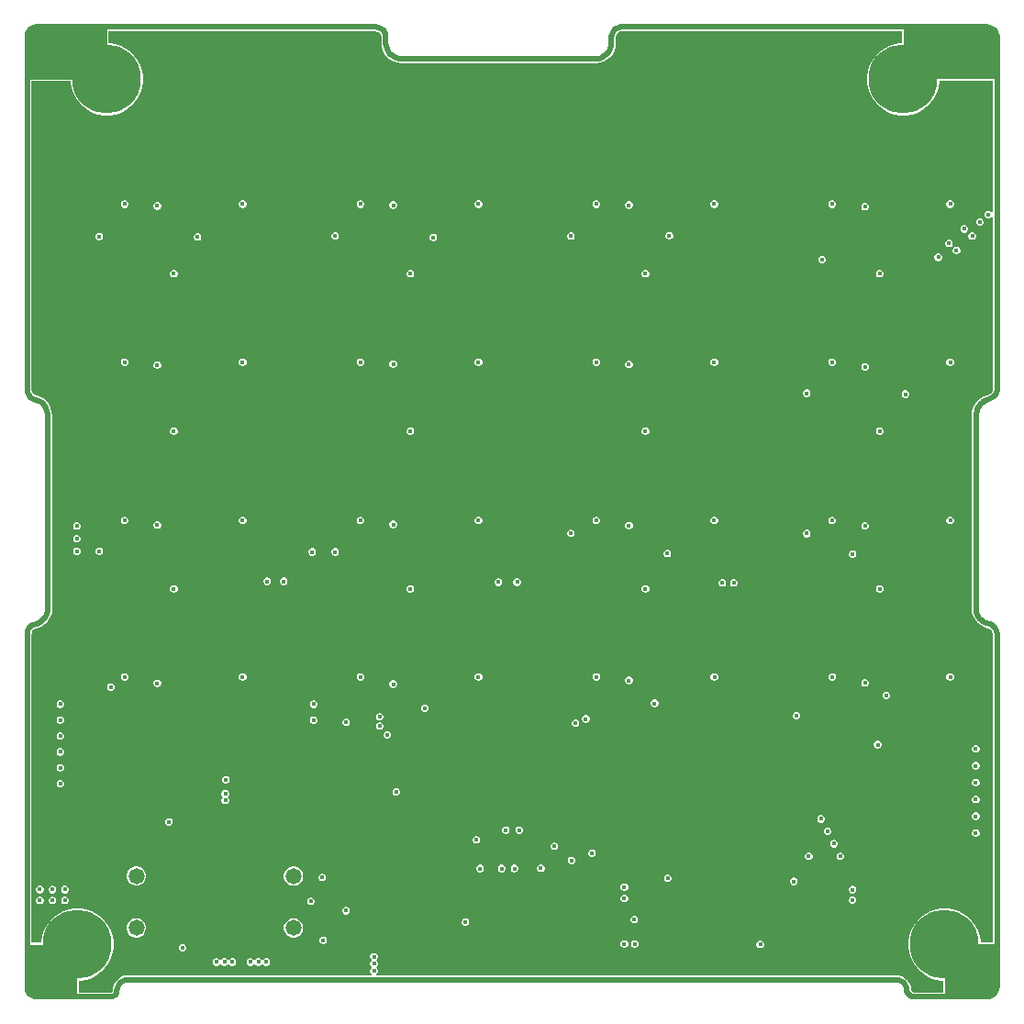
<source format=gbr>
G04*
G04 #@! TF.GenerationSoftware,Altium Limited,Altium Designer,24.1.2 (44)*
G04*
G04 Layer_Physical_Order=2*
G04 Layer_Color=36540*
%FSLAX44Y44*%
%MOMM*%
G71*
G04*
G04 #@! TF.SameCoordinates,FF60899B-E9A6-4C8F-AFAD-FD19F3B54CA5*
G04*
G04*
G04 #@! TF.FilePolarity,Positive*
G04*
G01*
G75*
%ADD17C,0.5000*%
%ADD45R,7.2600X4.7000*%
%ADD46R,8.5500X4.7100*%
%ADD47R,4.4800X4.6800*%
%ADD48R,4.6800X4.7300*%
%ADD53C,1.4780*%
%ADD54C,6.3500*%
%ADD55C,1.5240*%
%ADD56C,0.4000*%
%ADD57C,0.3500*%
G36*
X326287Y893015D02*
X328174Y891754D01*
X328277Y891600D01*
X328349Y891552D01*
X329229Y890234D01*
X329538Y888680D01*
X329522Y888596D01*
Y882498D01*
X329513D01*
X329860Y878970D01*
X330890Y875577D01*
X332561Y872451D01*
X334810Y869710D01*
X334807Y869706D01*
X337703Y867329D01*
X341008Y865563D01*
X344594Y864475D01*
X348323Y864108D01*
Y864122D01*
X527536D01*
Y864115D01*
X530988Y864455D01*
X534306Y865461D01*
X537365Y867096D01*
X539914Y869189D01*
X540045Y869296D01*
X540045Y869296D01*
X540817Y870071D01*
X540818Y870072D01*
X540818Y870072D01*
X542969Y872692D01*
X544567Y875682D01*
X545551Y878926D01*
X545883Y882300D01*
X545878D01*
Y888040D01*
X545849Y888186D01*
X546242Y890160D01*
X547361Y891834D01*
X547484Y891916D01*
X547557Y892025D01*
X549132Y893078D01*
X550990Y893447D01*
X551118Y893422D01*
X809476D01*
Y882450D01*
X808483D01*
X803314Y881631D01*
X798336Y880014D01*
X793673Y877638D01*
X789439Y874562D01*
X785738Y870861D01*
X782662Y866627D01*
X780286Y861964D01*
X778669Y856986D01*
X777850Y851817D01*
Y846583D01*
X778669Y841414D01*
X780286Y836436D01*
X782662Y831773D01*
X785738Y827539D01*
X789439Y823838D01*
X793673Y820762D01*
X798336Y818386D01*
X803314Y816769D01*
X808483Y815950D01*
X813717D01*
X818886Y816769D01*
X823864Y818386D01*
X828527Y820762D01*
X832761Y823838D01*
X836462Y827539D01*
X839538Y831773D01*
X841914Y836436D01*
X843531Y841414D01*
X844350Y846583D01*
Y847576D01*
X893522D01*
X893522Y726687D01*
X892790Y726367D01*
X892252Y726298D01*
X891383Y727167D01*
X890096Y727700D01*
X888704D01*
X887418Y727167D01*
X886433Y726183D01*
X885900Y724896D01*
Y723504D01*
X886433Y722217D01*
X887418Y721233D01*
X888704Y720700D01*
X890096D01*
X891383Y721233D01*
X892252Y722102D01*
X892790Y722032D01*
X893522Y721712D01*
X893522Y562600D01*
X893534Y562537D01*
X893311Y561415D01*
X892675Y560314D01*
X892675D01*
X892675Y560314D01*
X891798Y559001D01*
X890069Y557846D01*
X888938Y557621D01*
X888949Y557560D01*
X888340Y557375D01*
X888094Y557326D01*
X888023Y557279D01*
X885530Y556522D01*
X883770Y555581D01*
X883510Y555530D01*
X882859Y555095D01*
X882783Y555054D01*
X882747Y555106D01*
X882230Y554681D01*
X881796Y554391D01*
X881698Y554244D01*
X879652Y552565D01*
X878353Y550982D01*
X878011Y550566D01*
X877906Y550495D01*
X877556Y550011D01*
X877315Y549618D01*
X877022Y549172D01*
X876990Y549010D01*
X876723Y548511D01*
X875839Y546858D01*
X874520Y542507D01*
X874476Y542363D01*
X874367Y541261D01*
X874276Y540657D01*
X874224Y539951D01*
X874222Y539939D01*
X874222Y539936D01*
X874222Y539932D01*
X874222Y539917D01*
X874222Y539916D01*
X874222Y538687D01*
Y362200D01*
X874257Y362021D01*
X874167Y361102D01*
X874543Y357282D01*
X875320Y354721D01*
X875657Y353609D01*
X875691Y353545D01*
X875899Y353046D01*
X877282Y350459D01*
X879143Y348191D01*
X879192Y348146D01*
X879192Y348139D01*
X879837Y347545D01*
X879860Y347530D01*
X879861Y347529D01*
X880126Y347311D01*
X882432Y345419D01*
X885477Y343791D01*
X886495Y343434D01*
X886727Y343310D01*
X887664Y343025D01*
X888666Y342721D01*
X889839Y342305D01*
X890934Y341792D01*
X891701Y341279D01*
X891757Y341196D01*
X891888Y341108D01*
X893046Y339375D01*
X893453Y337332D01*
X893422Y337177D01*
Y52424D01*
X882450D01*
Y53417D01*
X881631Y58586D01*
X880014Y63564D01*
X877638Y68227D01*
X874562Y72461D01*
X870861Y76162D01*
X866627Y79238D01*
X861964Y81614D01*
X856986Y83231D01*
X851817Y84050D01*
X846583D01*
X841414Y83231D01*
X836436Y81614D01*
X831773Y79238D01*
X827539Y76162D01*
X823838Y72461D01*
X820762Y68227D01*
X818386Y63564D01*
X816769Y58586D01*
X815950Y53417D01*
Y48183D01*
X816769Y43014D01*
X818386Y38036D01*
X820762Y33373D01*
X823838Y29139D01*
X827539Y25438D01*
X831773Y22362D01*
X836436Y19986D01*
X841414Y18369D01*
X846583Y17550D01*
X847576D01*
Y6478D01*
X820255D01*
Y6496D01*
X819647Y6617D01*
X819131Y6962D01*
X818878Y7507D01*
X818619Y8253D01*
X818619Y8253D01*
X818145Y11853D01*
X816756Y15207D01*
X815295Y17110D01*
X814556Y18073D01*
X814546Y18087D01*
X814517Y18058D01*
X814453Y18101D01*
X812235Y19921D01*
X809617Y21320D01*
X806777Y22182D01*
X803877Y22468D01*
X803823Y22478D01*
X325187D01*
X324867Y23210D01*
X324798Y23748D01*
X325667Y24617D01*
X326200Y25904D01*
Y27296D01*
X325667Y28583D01*
X325254Y28995D01*
X324818Y29825D01*
X325254Y30655D01*
X325667Y31067D01*
X326200Y32354D01*
Y33746D01*
X325667Y35033D01*
X325254Y35445D01*
X324818Y36275D01*
X325254Y37105D01*
X325667Y37517D01*
X326200Y38804D01*
Y40196D01*
X325667Y41483D01*
X324683Y42467D01*
X323396Y43000D01*
X322004D01*
X320717Y42467D01*
X319733Y41483D01*
X319200Y40196D01*
Y38804D01*
X319733Y37517D01*
X320146Y37105D01*
X320582Y36275D01*
X320146Y35445D01*
X319733Y35033D01*
X319200Y33746D01*
Y32354D01*
X319733Y31067D01*
X320146Y30655D01*
X320582Y29825D01*
X320146Y28995D01*
X319733Y28583D01*
X319200Y27296D01*
Y25904D01*
X319733Y24617D01*
X320602Y23748D01*
X320533Y23210D01*
X320213Y22478D01*
X95791D01*
Y22522D01*
X92105Y22037D01*
X88671Y20614D01*
X85722Y18351D01*
X85753Y18321D01*
X85714Y18262D01*
X83912Y16066D01*
X82540Y13500D01*
X81695Y10715D01*
X81417Y7888D01*
X81403Y7819D01*
X81417Y7752D01*
X81126Y7050D01*
X81068Y7011D01*
X81005Y6916D01*
X80136Y6556D01*
X80023Y6578D01*
X50724D01*
Y17550D01*
X51717D01*
X56886Y18369D01*
X61864Y19986D01*
X66527Y22362D01*
X70761Y25438D01*
X74462Y29139D01*
X77538Y33373D01*
X79914Y38036D01*
X81531Y43014D01*
X82350Y48183D01*
Y53417D01*
X81531Y58586D01*
X79914Y63564D01*
X77538Y68227D01*
X74462Y72461D01*
X70761Y76162D01*
X66527Y79238D01*
X61864Y81614D01*
X56886Y83231D01*
X51717Y84050D01*
X46483D01*
X41314Y83231D01*
X36336Y81614D01*
X31673Y79238D01*
X27439Y76162D01*
X23738Y72461D01*
X20662Y68227D01*
X18286Y63564D01*
X16669Y58586D01*
X15850Y53417D01*
Y52424D01*
X6678D01*
X6678Y335514D01*
X6678Y336715D01*
X6678Y336717D01*
X6678Y336718D01*
X6678D01*
X6833Y337956D01*
X6897Y338446D01*
X7563Y340053D01*
X8447Y341205D01*
X8762Y341448D01*
X9802Y342099D01*
X11114Y342642D01*
X11965Y342754D01*
X11948Y342873D01*
X12950Y343073D01*
X13102Y343175D01*
X14313Y343542D01*
X15902Y344391D01*
X16279Y344592D01*
X16279Y344593D01*
X16295Y344601D01*
X16941Y344946D01*
X16993Y344989D01*
X17774Y345449D01*
X20532Y347713D01*
X22795Y350471D01*
X24477Y353617D01*
X25513Y357032D01*
X25862Y360582D01*
X25862D01*
X25822Y361646D01*
X25811Y361831D01*
X25778Y362389D01*
X25778Y536338D01*
X25803Y537599D01*
X25810Y537667D01*
X25696Y538823D01*
X25371Y542122D01*
X24072Y546405D01*
X22952Y548501D01*
X22701Y548970D01*
X22685Y549049D01*
X22359Y549609D01*
X22051Y550166D01*
X22050Y550167D01*
X21647Y550658D01*
X19872Y552821D01*
X17219Y554999D01*
X14191Y556617D01*
X12270Y557200D01*
X11898Y557380D01*
X11875Y557386D01*
X11873Y557386D01*
X11871Y557387D01*
X9515Y557999D01*
X8274Y558828D01*
X6995Y560743D01*
X6681Y562322D01*
X6681Y562322D01*
X6681D01*
X6678Y562324D01*
Y847576D01*
X42950D01*
Y846583D01*
X43769Y841414D01*
X45386Y836436D01*
X47762Y831773D01*
X50838Y827539D01*
X54539Y823838D01*
X58773Y820762D01*
X63436Y818386D01*
X68414Y816769D01*
X73583Y815950D01*
X78817D01*
X83986Y816769D01*
X88964Y818386D01*
X93627Y820762D01*
X97861Y823838D01*
X101562Y827539D01*
X104638Y831773D01*
X107014Y836436D01*
X108631Y841414D01*
X109450Y846583D01*
Y851817D01*
X108631Y856986D01*
X107014Y861964D01*
X104638Y866627D01*
X101562Y870861D01*
X97861Y874562D01*
X93627Y877638D01*
X88964Y880014D01*
X83986Y881631D01*
X78817Y882450D01*
X77824D01*
Y893422D01*
X323879D01*
X324061Y893458D01*
X326287Y893015D01*
D02*
G37*
%LPC*%
G36*
X855025Y737400D02*
X853633D01*
X852346Y736867D01*
X851361Y735882D01*
X850829Y734596D01*
Y733204D01*
X851361Y731917D01*
X852346Y730933D01*
X853633Y730400D01*
X855025D01*
X856311Y730933D01*
X857296Y731917D01*
X857829Y733204D01*
Y734596D01*
X857296Y735882D01*
X856311Y736867D01*
X855025Y737400D01*
D02*
G37*
G36*
X746196D02*
X744804D01*
X743517Y736867D01*
X742533Y735882D01*
X742000Y734596D01*
Y733204D01*
X742533Y731917D01*
X743517Y730933D01*
X744804Y730400D01*
X746196D01*
X747483Y730933D01*
X748467Y731917D01*
X749000Y733204D01*
Y734596D01*
X748467Y735882D01*
X747483Y736867D01*
X746196Y737400D01*
D02*
G37*
G36*
X637396D02*
X636004D01*
X634717Y736867D01*
X633733Y735882D01*
X633200Y734596D01*
Y733204D01*
X633733Y731917D01*
X634717Y730933D01*
X636004Y730400D01*
X637396D01*
X638683Y730933D01*
X639667Y731917D01*
X640200Y733204D01*
Y734596D01*
X639667Y735882D01*
X638683Y736867D01*
X637396Y737400D01*
D02*
G37*
G36*
X528596D02*
X527204D01*
X525918Y736867D01*
X524933Y735882D01*
X524400Y734596D01*
Y733204D01*
X524933Y731917D01*
X525918Y730933D01*
X527204Y730400D01*
X528596D01*
X529883Y730933D01*
X530867Y731917D01*
X531400Y733204D01*
Y734596D01*
X530867Y735882D01*
X529883Y736867D01*
X528596Y737400D01*
D02*
G37*
G36*
X419796D02*
X418404D01*
X417118Y736867D01*
X416133Y735882D01*
X415600Y734596D01*
Y733204D01*
X416133Y731917D01*
X417118Y730933D01*
X418404Y730400D01*
X419796D01*
X421083Y730933D01*
X422067Y731917D01*
X422600Y733204D01*
Y734596D01*
X422067Y735882D01*
X421083Y736867D01*
X419796Y737400D01*
D02*
G37*
G36*
X310996D02*
X309604D01*
X308318Y736867D01*
X307333Y735882D01*
X306800Y734596D01*
Y733204D01*
X307333Y731917D01*
X308318Y730933D01*
X309604Y730400D01*
X310996D01*
X312283Y730933D01*
X313267Y731917D01*
X313800Y733204D01*
Y734596D01*
X313267Y735882D01*
X312283Y736867D01*
X310996Y737400D01*
D02*
G37*
G36*
X202196D02*
X200804D01*
X199517Y736867D01*
X198533Y735882D01*
X198000Y734596D01*
Y733204D01*
X198533Y731917D01*
X199517Y730933D01*
X200804Y730400D01*
X202196D01*
X203483Y730933D01*
X204467Y731917D01*
X205000Y733204D01*
Y734596D01*
X204467Y735882D01*
X203483Y736867D01*
X202196Y737400D01*
D02*
G37*
G36*
X93425D02*
X92033D01*
X90746Y736867D01*
X89762Y735882D01*
X89229Y734596D01*
Y733204D01*
X89762Y731917D01*
X90746Y730933D01*
X92033Y730400D01*
X93425D01*
X94711Y730933D01*
X95696Y731917D01*
X96229Y733204D01*
Y734596D01*
X95696Y735882D01*
X94711Y736867D01*
X93425Y737400D01*
D02*
G37*
G36*
X558596Y736500D02*
X557204D01*
X555917Y735967D01*
X554933Y734983D01*
X554400Y733696D01*
Y732304D01*
X554933Y731017D01*
X555917Y730033D01*
X557204Y729500D01*
X558596D01*
X559883Y730033D01*
X560867Y731017D01*
X561400Y732304D01*
Y733696D01*
X560867Y734983D01*
X559883Y735967D01*
X558596Y736500D01*
D02*
G37*
G36*
X341196D02*
X339804D01*
X338517Y735967D01*
X337533Y734983D01*
X337000Y733696D01*
Y732304D01*
X337533Y731017D01*
X338517Y730033D01*
X339804Y729500D01*
X341196D01*
X342483Y730033D01*
X343467Y731017D01*
X344000Y732304D01*
Y733696D01*
X343467Y734983D01*
X342483Y735967D01*
X341196Y736500D01*
D02*
G37*
G36*
X123396Y735700D02*
X122004D01*
X120717Y735167D01*
X119733Y734183D01*
X119200Y732896D01*
Y731504D01*
X119733Y730217D01*
X120717Y729233D01*
X122004Y728700D01*
X123396D01*
X124683Y729233D01*
X125667Y730217D01*
X126200Y731504D01*
Y732896D01*
X125667Y734183D01*
X124683Y735167D01*
X123396Y735700D01*
D02*
G37*
G36*
X776496Y735100D02*
X775104D01*
X773817Y734567D01*
X772833Y733583D01*
X772300Y732296D01*
Y730904D01*
X772833Y729617D01*
X773817Y728633D01*
X775104Y728100D01*
X776496D01*
X777783Y728633D01*
X778767Y729617D01*
X779300Y730904D01*
Y732296D01*
X778767Y733583D01*
X777783Y734567D01*
X776496Y735100D01*
D02*
G37*
G36*
X882396Y721000D02*
X881004D01*
X879717Y720467D01*
X878733Y719483D01*
X878200Y718196D01*
Y716804D01*
X878733Y715517D01*
X879717Y714533D01*
X881004Y714000D01*
X882396D01*
X883683Y714533D01*
X884667Y715517D01*
X885200Y716804D01*
Y718196D01*
X884667Y719483D01*
X883683Y720467D01*
X882396Y721000D01*
D02*
G37*
G36*
X868096Y714600D02*
X866704D01*
X865417Y714067D01*
X864433Y713083D01*
X863900Y711796D01*
Y710404D01*
X864433Y709117D01*
X865417Y708133D01*
X866704Y707600D01*
X868096D01*
X869383Y708133D01*
X870367Y709117D01*
X870900Y710404D01*
Y711796D01*
X870367Y713083D01*
X869383Y714067D01*
X868096Y714600D01*
D02*
G37*
G36*
X595858Y708291D02*
X594465D01*
X593179Y707758D01*
X592194Y706774D01*
X591661Y705488D01*
Y704095D01*
X592194Y702809D01*
X593179Y701824D01*
X594465Y701291D01*
X595858D01*
X597144Y701824D01*
X598129Y702809D01*
X598661Y704095D01*
Y705488D01*
X598129Y706774D01*
X597144Y707758D01*
X595858Y708291D01*
D02*
G37*
G36*
X287537Y708091D02*
X286145D01*
X284858Y707558D01*
X283874Y706573D01*
X283341Y705287D01*
Y703895D01*
X283874Y702608D01*
X284858Y701624D01*
X286145Y701091D01*
X287537D01*
X288824Y701624D01*
X289808Y702608D01*
X290341Y703895D01*
Y705287D01*
X289808Y706573D01*
X288824Y707558D01*
X287537Y708091D01*
D02*
G37*
G36*
X875396Y708000D02*
X874004D01*
X872717Y707467D01*
X871733Y706483D01*
X871200Y705196D01*
Y703804D01*
X871733Y702517D01*
X872717Y701533D01*
X874004Y701000D01*
X875396D01*
X876683Y701533D01*
X877667Y702517D01*
X878200Y703804D01*
Y705196D01*
X877667Y706483D01*
X876683Y707467D01*
X875396Y708000D01*
D02*
G37*
G36*
X505076Y707983D02*
X503683D01*
X502397Y707450D01*
X501412Y706466D01*
X500880Y705180D01*
Y703787D01*
X501412Y702501D01*
X502397Y701516D01*
X503683Y700983D01*
X505076D01*
X506362Y701516D01*
X507347Y702501D01*
X507880Y703787D01*
Y705180D01*
X507347Y706466D01*
X506362Y707450D01*
X505076Y707983D01*
D02*
G37*
G36*
X69896Y707500D02*
X68504D01*
X67217Y706967D01*
X66233Y705983D01*
X65700Y704696D01*
Y703304D01*
X66233Y702017D01*
X67217Y701033D01*
X68504Y700500D01*
X69896D01*
X71183Y701033D01*
X72167Y702017D01*
X72700Y703304D01*
Y704696D01*
X72167Y705983D01*
X71183Y706967D01*
X69896Y707500D01*
D02*
G37*
G36*
X160596Y707100D02*
X159204D01*
X157917Y706567D01*
X156933Y705583D01*
X156400Y704296D01*
Y702904D01*
X156933Y701617D01*
X157917Y700633D01*
X159204Y700100D01*
X160596D01*
X161883Y700633D01*
X162867Y701617D01*
X163400Y702904D01*
Y704296D01*
X162867Y705583D01*
X161883Y706567D01*
X160596Y707100D01*
D02*
G37*
G36*
X378196Y706700D02*
X376804D01*
X375517Y706167D01*
X374533Y705183D01*
X374000Y703896D01*
Y702504D01*
X374533Y701217D01*
X375517Y700233D01*
X376804Y699700D01*
X378196D01*
X379483Y700233D01*
X380467Y701217D01*
X381000Y702504D01*
Y703896D01*
X380467Y705183D01*
X379483Y706167D01*
X378196Y706700D01*
D02*
G37*
G36*
X853896Y701100D02*
X852504D01*
X851217Y700567D01*
X850233Y699583D01*
X849700Y698296D01*
Y696904D01*
X850233Y695617D01*
X851217Y694633D01*
X852504Y694100D01*
X853896D01*
X855183Y694633D01*
X856167Y695617D01*
X856700Y696904D01*
Y698296D01*
X856167Y699583D01*
X855183Y700567D01*
X853896Y701100D01*
D02*
G37*
G36*
X860896Y694700D02*
X859504D01*
X858217Y694167D01*
X857233Y693183D01*
X856700Y691896D01*
Y690504D01*
X857233Y689217D01*
X858217Y688233D01*
X859504Y687700D01*
X860896D01*
X862183Y688233D01*
X863167Y689217D01*
X863700Y690504D01*
Y691896D01*
X863167Y693183D01*
X862183Y694167D01*
X860896Y694700D01*
D02*
G37*
G36*
X844096Y688300D02*
X842704D01*
X841417Y687767D01*
X840433Y686783D01*
X839900Y685496D01*
Y684104D01*
X840433Y682817D01*
X841417Y681833D01*
X842704Y681300D01*
X844096D01*
X845383Y681833D01*
X846367Y682817D01*
X846900Y684104D01*
Y685496D01*
X846367Y686783D01*
X845383Y687767D01*
X844096Y688300D01*
D02*
G37*
G36*
X736896Y686200D02*
X735504D01*
X734217Y685667D01*
X733233Y684683D01*
X732700Y683396D01*
Y682004D01*
X733233Y680717D01*
X734217Y679733D01*
X735504Y679200D01*
X736896D01*
X738183Y679733D01*
X739167Y680717D01*
X739700Y682004D01*
Y683396D01*
X739167Y684683D01*
X738183Y685667D01*
X736896Y686200D01*
D02*
G37*
G36*
X790096Y673322D02*
X788704D01*
X787417Y672790D01*
X786433Y671805D01*
X785900Y670518D01*
Y669126D01*
X786433Y667840D01*
X787417Y666855D01*
X788704Y666322D01*
X790096D01*
X791383Y666855D01*
X792367Y667840D01*
X792900Y669126D01*
Y670518D01*
X792367Y671805D01*
X791383Y672790D01*
X790096Y673322D01*
D02*
G37*
G36*
X573896D02*
X572504D01*
X571217Y672790D01*
X570233Y671805D01*
X569700Y670518D01*
Y669126D01*
X570233Y667840D01*
X571217Y666855D01*
X572504Y666322D01*
X573896D01*
X575183Y666855D01*
X576167Y667840D01*
X576700Y669126D01*
Y670518D01*
X576167Y671805D01*
X575183Y672790D01*
X573896Y673322D01*
D02*
G37*
G36*
X356996D02*
X355604D01*
X354317Y672790D01*
X353333Y671805D01*
X352800Y670518D01*
Y669126D01*
X353333Y667840D01*
X354317Y666855D01*
X355604Y666322D01*
X356996D01*
X358283Y666855D01*
X359267Y667840D01*
X359800Y669126D01*
Y670518D01*
X359267Y671805D01*
X358283Y672790D01*
X356996Y673322D01*
D02*
G37*
G36*
X138696D02*
X137304D01*
X136017Y672790D01*
X135033Y671805D01*
X134500Y670518D01*
Y669126D01*
X135033Y667840D01*
X136017Y666855D01*
X137304Y666322D01*
X138696D01*
X139983Y666855D01*
X140967Y667840D01*
X141500Y669126D01*
Y670518D01*
X140967Y671805D01*
X139983Y672790D01*
X138696Y673322D01*
D02*
G37*
G36*
X855025Y591600D02*
X853633D01*
X852346Y591067D01*
X851361Y590083D01*
X850829Y588796D01*
Y587404D01*
X851361Y586117D01*
X852346Y585133D01*
X853633Y584600D01*
X855025D01*
X856311Y585133D01*
X857296Y586117D01*
X857829Y587404D01*
Y588796D01*
X857296Y590083D01*
X856311Y591067D01*
X855025Y591600D01*
D02*
G37*
G36*
X746196D02*
X744804D01*
X743517Y591067D01*
X742533Y590083D01*
X742000Y588796D01*
Y587404D01*
X742533Y586117D01*
X743517Y585133D01*
X744804Y584600D01*
X746196D01*
X747483Y585133D01*
X748467Y586117D01*
X749000Y587404D01*
Y588796D01*
X748467Y590083D01*
X747483Y591067D01*
X746196Y591600D01*
D02*
G37*
G36*
X637396D02*
X636004D01*
X634717Y591067D01*
X633733Y590083D01*
X633200Y588796D01*
Y587404D01*
X633733Y586117D01*
X634717Y585133D01*
X636004Y584600D01*
X637396D01*
X638683Y585133D01*
X639667Y586117D01*
X640200Y587404D01*
Y588796D01*
X639667Y590083D01*
X638683Y591067D01*
X637396Y591600D01*
D02*
G37*
G36*
X528596D02*
X527204D01*
X525918Y591067D01*
X524933Y590083D01*
X524400Y588796D01*
Y587404D01*
X524933Y586117D01*
X525918Y585133D01*
X527204Y584600D01*
X528596D01*
X529883Y585133D01*
X530867Y586117D01*
X531400Y587404D01*
Y588796D01*
X530867Y590083D01*
X529883Y591067D01*
X528596Y591600D01*
D02*
G37*
G36*
X419796D02*
X418404D01*
X417118Y591067D01*
X416133Y590083D01*
X415600Y588796D01*
Y587404D01*
X416133Y586117D01*
X417118Y585133D01*
X418404Y584600D01*
X419796D01*
X421083Y585133D01*
X422067Y586117D01*
X422600Y587404D01*
Y588796D01*
X422067Y590083D01*
X421083Y591067D01*
X419796Y591600D01*
D02*
G37*
G36*
X310996D02*
X309604D01*
X308318Y591067D01*
X307333Y590083D01*
X306800Y588796D01*
Y587404D01*
X307333Y586117D01*
X308318Y585133D01*
X309604Y584600D01*
X310996D01*
X312283Y585133D01*
X313267Y586117D01*
X313800Y587404D01*
Y588796D01*
X313267Y590083D01*
X312283Y591067D01*
X310996Y591600D01*
D02*
G37*
G36*
X202196D02*
X200804D01*
X199517Y591067D01*
X198533Y590083D01*
X198000Y588796D01*
Y587404D01*
X198533Y586117D01*
X199517Y585133D01*
X200804Y584600D01*
X202196D01*
X203483Y585133D01*
X204467Y586117D01*
X205000Y587404D01*
Y588796D01*
X204467Y590083D01*
X203483Y591067D01*
X202196Y591600D01*
D02*
G37*
G36*
X93425D02*
X92033D01*
X90746Y591067D01*
X89762Y590083D01*
X89229Y588796D01*
Y587404D01*
X89762Y586117D01*
X90746Y585133D01*
X92033Y584600D01*
X93425D01*
X94711Y585133D01*
X95696Y586117D01*
X96229Y587404D01*
Y588796D01*
X95696Y590083D01*
X94711Y591067D01*
X93425Y591600D01*
D02*
G37*
G36*
X341196Y589800D02*
X339804D01*
X338517Y589267D01*
X337533Y588283D01*
X337000Y586996D01*
Y585604D01*
X337533Y584317D01*
X338517Y583333D01*
X339804Y582800D01*
X341196D01*
X342483Y583333D01*
X343467Y584317D01*
X344000Y585604D01*
Y586996D01*
X343467Y588283D01*
X342483Y589267D01*
X341196Y589800D01*
D02*
G37*
G36*
X558596Y589600D02*
X557204D01*
X555917Y589067D01*
X554933Y588083D01*
X554400Y586796D01*
Y585404D01*
X554933Y584117D01*
X555917Y583133D01*
X557204Y582600D01*
X558596D01*
X559883Y583133D01*
X560867Y584117D01*
X561400Y585404D01*
Y586796D01*
X560867Y588083D01*
X559883Y589067D01*
X558596Y589600D01*
D02*
G37*
G36*
X123396Y588900D02*
X122004D01*
X120717Y588367D01*
X119733Y587383D01*
X119200Y586096D01*
Y584704D01*
X119733Y583417D01*
X120717Y582433D01*
X122004Y581900D01*
X123396D01*
X124683Y582433D01*
X125667Y583417D01*
X126200Y584704D01*
Y586096D01*
X125667Y587383D01*
X124683Y588367D01*
X123396Y588900D01*
D02*
G37*
G36*
X776496Y587300D02*
X775104D01*
X773817Y586767D01*
X772833Y585783D01*
X772300Y584496D01*
Y583104D01*
X772833Y581817D01*
X773817Y580833D01*
X775104Y580300D01*
X776496D01*
X777783Y580833D01*
X778767Y581817D01*
X779300Y583104D01*
Y584496D01*
X778767Y585783D01*
X777783Y586767D01*
X776496Y587300D01*
D02*
G37*
G36*
X722696Y562900D02*
X721304D01*
X720017Y562367D01*
X719033Y561383D01*
X718500Y560096D01*
Y558704D01*
X719033Y557417D01*
X720017Y556433D01*
X721304Y555900D01*
X722696D01*
X723983Y556433D01*
X724967Y557417D01*
X725500Y558704D01*
Y560096D01*
X724967Y561383D01*
X723983Y562367D01*
X722696Y562900D01*
D02*
G37*
G36*
X813696Y562100D02*
X812304D01*
X811017Y561567D01*
X810033Y560583D01*
X809500Y559296D01*
Y557904D01*
X810033Y556617D01*
X811017Y555633D01*
X812304Y555100D01*
X813696D01*
X814983Y555633D01*
X815967Y556617D01*
X816500Y557904D01*
Y559296D01*
X815967Y560583D01*
X814983Y561567D01*
X813696Y562100D01*
D02*
G37*
G36*
X790096Y527856D02*
X788704D01*
X787417Y527323D01*
X786433Y526338D01*
X785900Y525052D01*
Y523660D01*
X786433Y522373D01*
X787417Y521389D01*
X788704Y520856D01*
X790096D01*
X791383Y521389D01*
X792367Y522373D01*
X792900Y523660D01*
Y525052D01*
X792367Y526338D01*
X791383Y527323D01*
X790096Y527856D01*
D02*
G37*
G36*
X573896D02*
X572504D01*
X571217Y527323D01*
X570233Y526338D01*
X569700Y525052D01*
Y523660D01*
X570233Y522373D01*
X571217Y521389D01*
X572504Y520856D01*
X573896D01*
X575183Y521389D01*
X576167Y522373D01*
X576700Y523660D01*
Y525052D01*
X576167Y526338D01*
X575183Y527323D01*
X573896Y527856D01*
D02*
G37*
G36*
X356996D02*
X355604D01*
X354317Y527323D01*
X353333Y526338D01*
X352800Y525052D01*
Y523660D01*
X353333Y522373D01*
X354317Y521389D01*
X355604Y520856D01*
X356996D01*
X358283Y521389D01*
X359267Y522373D01*
X359800Y523660D01*
Y525052D01*
X359267Y526338D01*
X358283Y527323D01*
X356996Y527856D01*
D02*
G37*
G36*
X138696D02*
X137304D01*
X136017Y527323D01*
X135033Y526338D01*
X134500Y525052D01*
Y523660D01*
X135033Y522373D01*
X136017Y521389D01*
X137304Y520856D01*
X138696D01*
X139983Y521389D01*
X140967Y522373D01*
X141500Y523660D01*
Y525052D01*
X140967Y526338D01*
X139983Y527323D01*
X138696Y527856D01*
D02*
G37*
G36*
X855025Y445700D02*
X853633D01*
X852346Y445167D01*
X851361Y444183D01*
X850829Y442896D01*
Y441504D01*
X851361Y440217D01*
X852346Y439233D01*
X853633Y438700D01*
X855025D01*
X856311Y439233D01*
X857296Y440217D01*
X857829Y441504D01*
Y442896D01*
X857296Y444183D01*
X856311Y445167D01*
X855025Y445700D01*
D02*
G37*
G36*
X746196D02*
X744804D01*
X743517Y445167D01*
X742533Y444183D01*
X742000Y442896D01*
Y441504D01*
X742533Y440217D01*
X743517Y439233D01*
X744804Y438700D01*
X746196D01*
X747483Y439233D01*
X748467Y440217D01*
X749000Y441504D01*
Y442896D01*
X748467Y444183D01*
X747483Y445167D01*
X746196Y445700D01*
D02*
G37*
G36*
X637396D02*
X636004D01*
X634717Y445167D01*
X633733Y444183D01*
X633200Y442896D01*
Y441504D01*
X633733Y440217D01*
X634717Y439233D01*
X636004Y438700D01*
X637396D01*
X638683Y439233D01*
X639667Y440217D01*
X640200Y441504D01*
Y442896D01*
X639667Y444183D01*
X638683Y445167D01*
X637396Y445700D01*
D02*
G37*
G36*
X528596D02*
X527204D01*
X525918Y445167D01*
X524933Y444183D01*
X524400Y442896D01*
Y441504D01*
X524933Y440217D01*
X525918Y439233D01*
X527204Y438700D01*
X528596D01*
X529883Y439233D01*
X530867Y440217D01*
X531400Y441504D01*
Y442896D01*
X530867Y444183D01*
X529883Y445167D01*
X528596Y445700D01*
D02*
G37*
G36*
X419796D02*
X418404D01*
X417118Y445167D01*
X416133Y444183D01*
X415600Y442896D01*
Y441504D01*
X416133Y440217D01*
X417118Y439233D01*
X418404Y438700D01*
X419796D01*
X421083Y439233D01*
X422067Y440217D01*
X422600Y441504D01*
Y442896D01*
X422067Y444183D01*
X421083Y445167D01*
X419796Y445700D01*
D02*
G37*
G36*
X310996D02*
X309604D01*
X308318Y445167D01*
X307333Y444183D01*
X306800Y442896D01*
Y441504D01*
X307333Y440217D01*
X308318Y439233D01*
X309604Y438700D01*
X310996D01*
X312283Y439233D01*
X313267Y440217D01*
X313800Y441504D01*
Y442896D01*
X313267Y444183D01*
X312283Y445167D01*
X310996Y445700D01*
D02*
G37*
G36*
X202196D02*
X200804D01*
X199517Y445167D01*
X198533Y444183D01*
X198000Y442896D01*
Y441504D01*
X198533Y440217D01*
X199517Y439233D01*
X200804Y438700D01*
X202196D01*
X203483Y439233D01*
X204467Y440217D01*
X205000Y441504D01*
Y442896D01*
X204467Y444183D01*
X203483Y445167D01*
X202196Y445700D01*
D02*
G37*
G36*
X93425D02*
X92033D01*
X90746Y445167D01*
X89762Y444183D01*
X89229Y442896D01*
Y441504D01*
X89762Y440217D01*
X90746Y439233D01*
X92033Y438700D01*
X93425D01*
X94711Y439233D01*
X95696Y440217D01*
X96229Y441504D01*
Y442896D01*
X95696Y444183D01*
X94711Y445167D01*
X93425Y445700D01*
D02*
G37*
G36*
X341196Y441800D02*
X339804D01*
X338517Y441267D01*
X337533Y440283D01*
X337000Y438996D01*
Y437604D01*
X337533Y436317D01*
X338517Y435333D01*
X339804Y434800D01*
X341196D01*
X342483Y435333D01*
X343467Y436317D01*
X344000Y437604D01*
Y438996D01*
X343467Y440283D01*
X342483Y441267D01*
X341196Y441800D01*
D02*
G37*
G36*
X123396Y441200D02*
X122004D01*
X120717Y440667D01*
X119733Y439683D01*
X119200Y438396D01*
Y437004D01*
X119733Y435717D01*
X120717Y434733D01*
X122004Y434200D01*
X123396D01*
X124683Y434733D01*
X125667Y435717D01*
X126200Y437004D01*
Y438396D01*
X125667Y439683D01*
X124683Y440667D01*
X123396Y441200D01*
D02*
G37*
G36*
X558596Y440900D02*
X557204D01*
X555917Y440367D01*
X554933Y439383D01*
X554400Y438096D01*
Y436704D01*
X554933Y435417D01*
X555917Y434433D01*
X557204Y433900D01*
X558596D01*
X559883Y434433D01*
X560867Y435417D01*
X561400Y436704D01*
Y438096D01*
X560867Y439383D01*
X559883Y440367D01*
X558596Y440900D01*
D02*
G37*
G36*
X776496Y440600D02*
X775104D01*
X773817Y440067D01*
X772833Y439082D01*
X772300Y437796D01*
Y436404D01*
X772833Y435117D01*
X773817Y434133D01*
X775104Y433600D01*
X776496D01*
X777783Y434133D01*
X778767Y435117D01*
X779300Y436404D01*
Y437796D01*
X778767Y439082D01*
X777783Y440067D01*
X776496Y440600D01*
D02*
G37*
G36*
X49264Y440480D02*
X47872D01*
X46585Y439947D01*
X45601Y438963D01*
X45068Y437676D01*
Y436284D01*
X45601Y434997D01*
X46585Y434013D01*
X47872Y433480D01*
X49264D01*
X50550Y434013D01*
X51535Y434997D01*
X52068Y436284D01*
Y437676D01*
X51535Y438963D01*
X50550Y439947D01*
X49264Y440480D01*
D02*
G37*
G36*
X504964Y433800D02*
X503572D01*
X502285Y433267D01*
X501301Y432283D01*
X500768Y430996D01*
Y429604D01*
X501301Y428317D01*
X502285Y427333D01*
X503572Y426800D01*
X504964D01*
X506250Y427333D01*
X507235Y428317D01*
X507768Y429604D01*
Y430996D01*
X507235Y432283D01*
X506250Y433267D01*
X504964Y433800D01*
D02*
G37*
G36*
X722737Y433500D02*
X721344D01*
X720058Y432967D01*
X719073Y431983D01*
X718540Y430696D01*
Y429304D01*
X719073Y428017D01*
X720058Y427033D01*
X721344Y426500D01*
X722737D01*
X724023Y427033D01*
X725007Y428017D01*
X725540Y429304D01*
Y430696D01*
X725007Y431983D01*
X724023Y432967D01*
X722737Y433500D01*
D02*
G37*
G36*
X49264Y428700D02*
X47872D01*
X46585Y428167D01*
X45601Y427183D01*
X45068Y425896D01*
Y424504D01*
X45601Y423217D01*
X46585Y422233D01*
X47872Y421700D01*
X49264D01*
X50550Y422233D01*
X51535Y423217D01*
X52068Y424504D01*
Y425896D01*
X51535Y427183D01*
X50550Y428167D01*
X49264Y428700D01*
D02*
G37*
G36*
X70005Y417153D02*
X68613D01*
X67327Y416620D01*
X66342Y415636D01*
X65809Y414350D01*
Y412957D01*
X66342Y411671D01*
X67327Y410686D01*
X68613Y410153D01*
X70005D01*
X71292Y410686D01*
X72276Y411671D01*
X72809Y412957D01*
Y414350D01*
X72276Y415636D01*
X71292Y416620D01*
X70005Y417153D01*
D02*
G37*
G36*
X49264D02*
X47872D01*
X46585Y416620D01*
X45601Y415636D01*
X45068Y414350D01*
Y412957D01*
X45601Y411671D01*
X46585Y410686D01*
X47872Y410153D01*
X49264D01*
X50550Y410686D01*
X51535Y411671D01*
X52068Y412957D01*
Y414350D01*
X51535Y415636D01*
X50550Y416620D01*
X49264Y417153D01*
D02*
G37*
G36*
X287605Y416407D02*
X286212D01*
X284926Y415874D01*
X283941Y414890D01*
X283409Y413604D01*
Y412211D01*
X283941Y410925D01*
X284926Y409940D01*
X286212Y409407D01*
X287605D01*
X288891Y409940D01*
X289876Y410925D01*
X290409Y412211D01*
Y413604D01*
X289876Y414890D01*
X288891Y415874D01*
X287605Y416407D01*
D02*
G37*
G36*
X266296D02*
X264904D01*
X263617Y415874D01*
X262633Y414890D01*
X262100Y413604D01*
Y412211D01*
X262633Y410925D01*
X263617Y409940D01*
X264904Y409407D01*
X266296D01*
X267583Y409940D01*
X268567Y410925D01*
X269100Y412211D01*
Y413604D01*
X268567Y414890D01*
X267583Y415874D01*
X266296Y416407D01*
D02*
G37*
G36*
X594064Y415000D02*
X592672D01*
X591385Y414467D01*
X590401Y413483D01*
X589868Y412196D01*
Y410804D01*
X590401Y409517D01*
X591385Y408533D01*
X592672Y408000D01*
X594064D01*
X595350Y408533D01*
X596335Y409517D01*
X596868Y410804D01*
Y412196D01*
X596335Y413483D01*
X595350Y414467D01*
X594064Y415000D01*
D02*
G37*
G36*
X765064Y414500D02*
X763671D01*
X762385Y413967D01*
X761401Y412983D01*
X760868Y411696D01*
Y410304D01*
X761401Y409017D01*
X762385Y408033D01*
X763671Y407500D01*
X765064D01*
X766350Y408033D01*
X767335Y409017D01*
X767868Y410304D01*
Y411696D01*
X767335Y412983D01*
X766350Y413967D01*
X765064Y414500D01*
D02*
G37*
G36*
X240096Y389300D02*
X238704D01*
X237417Y388767D01*
X236433Y387783D01*
X235900Y386496D01*
Y385104D01*
X236433Y383817D01*
X237417Y382833D01*
X238704Y382300D01*
X240096D01*
X241383Y382833D01*
X242367Y383817D01*
X242900Y385104D01*
Y386496D01*
X242367Y387783D01*
X241383Y388767D01*
X240096Y389300D01*
D02*
G37*
G36*
X224696D02*
X223304D01*
X222017Y388767D01*
X221033Y387783D01*
X220500Y386496D01*
Y385104D01*
X221033Y383817D01*
X222017Y382833D01*
X223304Y382300D01*
X224696D01*
X225983Y382833D01*
X226967Y383817D01*
X227500Y385104D01*
Y386496D01*
X226967Y387783D01*
X225983Y388767D01*
X224696Y389300D01*
D02*
G37*
G36*
X455396Y388626D02*
X454004D01*
X452717Y388093D01*
X451733Y387108D01*
X451200Y385822D01*
Y384429D01*
X451733Y383143D01*
X452717Y382158D01*
X454004Y381626D01*
X455396D01*
X456683Y382158D01*
X457667Y383143D01*
X458200Y384429D01*
Y385822D01*
X457667Y387108D01*
X456683Y388093D01*
X455396Y388626D01*
D02*
G37*
G36*
X438096D02*
X436704D01*
X435417Y388093D01*
X434433Y387108D01*
X433900Y385822D01*
Y384429D01*
X434433Y383143D01*
X435417Y382158D01*
X436704Y381626D01*
X438096D01*
X439383Y382158D01*
X440367Y383143D01*
X440900Y384429D01*
Y385822D01*
X440367Y387108D01*
X439383Y388093D01*
X438096Y388626D01*
D02*
G37*
G36*
X655396Y388000D02*
X654004D01*
X652717Y387467D01*
X651733Y386483D01*
X651200Y385196D01*
Y383804D01*
X651733Y382517D01*
X652717Y381533D01*
X654004Y381000D01*
X655396D01*
X656683Y381533D01*
X657667Y382517D01*
X658200Y383804D01*
Y385196D01*
X657667Y386483D01*
X656683Y387467D01*
X655396Y388000D01*
D02*
G37*
G36*
X644796D02*
X643404D01*
X642117Y387467D01*
X641133Y386483D01*
X640600Y385196D01*
Y383804D01*
X641133Y382517D01*
X642117Y381533D01*
X643404Y381000D01*
X644796D01*
X646083Y381533D01*
X647067Y382517D01*
X647600Y383804D01*
Y385196D01*
X647067Y386483D01*
X646083Y387467D01*
X644796Y388000D01*
D02*
G37*
G36*
X790096Y382389D02*
X788704D01*
X787417Y381856D01*
X786433Y380872D01*
X785900Y379585D01*
Y378193D01*
X786433Y376906D01*
X787417Y375922D01*
X788704Y375389D01*
X790096D01*
X791383Y375922D01*
X792367Y376906D01*
X792900Y378193D01*
Y379585D01*
X792367Y380872D01*
X791383Y381856D01*
X790096Y382389D01*
D02*
G37*
G36*
X573896D02*
X572504D01*
X571217Y381856D01*
X570233Y380872D01*
X569700Y379585D01*
Y378193D01*
X570233Y376906D01*
X571217Y375922D01*
X572504Y375389D01*
X573896D01*
X575183Y375922D01*
X576167Y376906D01*
X576700Y378193D01*
Y379585D01*
X576167Y380872D01*
X575183Y381856D01*
X573896Y382389D01*
D02*
G37*
G36*
X356996D02*
X355604D01*
X354317Y381856D01*
X353333Y380872D01*
X352800Y379585D01*
Y378193D01*
X353333Y376906D01*
X354317Y375922D01*
X355604Y375389D01*
X356996D01*
X358283Y375922D01*
X359267Y376906D01*
X359800Y378193D01*
Y379585D01*
X359267Y380872D01*
X358283Y381856D01*
X356996Y382389D01*
D02*
G37*
G36*
X138696D02*
X137304D01*
X136017Y381856D01*
X135033Y380872D01*
X134500Y379585D01*
Y378193D01*
X135033Y376906D01*
X136017Y375922D01*
X137304Y375389D01*
X138696D01*
X139983Y375922D01*
X140967Y376906D01*
X141500Y378193D01*
Y379585D01*
X140967Y380872D01*
X139983Y381856D01*
X138696Y382389D01*
D02*
G37*
G36*
X855025Y301100D02*
X853633D01*
X852346Y300567D01*
X851361Y299583D01*
X850829Y298296D01*
Y296904D01*
X851361Y295617D01*
X852346Y294633D01*
X853633Y294100D01*
X855025D01*
X856311Y294633D01*
X857296Y295617D01*
X857829Y296904D01*
Y298296D01*
X857296Y299583D01*
X856311Y300567D01*
X855025Y301100D01*
D02*
G37*
G36*
X746225D02*
X744833D01*
X743546Y300567D01*
X742562Y299583D01*
X742029Y298296D01*
Y296904D01*
X742562Y295617D01*
X743546Y294633D01*
X744833Y294100D01*
X746225D01*
X747511Y294633D01*
X748496Y295617D01*
X749029Y296904D01*
Y298296D01*
X748496Y299583D01*
X747511Y300567D01*
X746225Y301100D01*
D02*
G37*
G36*
X637425D02*
X636032D01*
X634746Y300567D01*
X633762Y299583D01*
X633229Y298296D01*
Y296904D01*
X633762Y295617D01*
X634746Y294633D01*
X636032Y294100D01*
X637425D01*
X638711Y294633D01*
X639696Y295617D01*
X640229Y296904D01*
Y298296D01*
X639696Y299583D01*
X638711Y300567D01*
X637425Y301100D01*
D02*
G37*
G36*
X528625D02*
X527233D01*
X525946Y300567D01*
X524962Y299583D01*
X524429Y298296D01*
Y296904D01*
X524962Y295617D01*
X525946Y294633D01*
X527233Y294100D01*
X528625D01*
X529911Y294633D01*
X530896Y295617D01*
X531429Y296904D01*
Y298296D01*
X530896Y299583D01*
X529911Y300567D01*
X528625Y301100D01*
D02*
G37*
G36*
X419825D02*
X418433D01*
X417146Y300567D01*
X416162Y299583D01*
X415629Y298296D01*
Y296904D01*
X416162Y295617D01*
X417146Y294633D01*
X418433Y294100D01*
X419825D01*
X421111Y294633D01*
X422096Y295617D01*
X422629Y296904D01*
Y298296D01*
X422096Y299583D01*
X421111Y300567D01*
X419825Y301100D01*
D02*
G37*
G36*
X311025D02*
X309633D01*
X308346Y300567D01*
X307362Y299583D01*
X306829Y298296D01*
Y296904D01*
X307362Y295617D01*
X308346Y294633D01*
X309633Y294100D01*
X311025D01*
X312311Y294633D01*
X313296Y295617D01*
X313829Y296904D01*
Y298296D01*
X313296Y299583D01*
X312311Y300567D01*
X311025Y301100D01*
D02*
G37*
G36*
X202225D02*
X200833D01*
X199546Y300567D01*
X198562Y299583D01*
X198029Y298296D01*
Y296904D01*
X198562Y295617D01*
X199546Y294633D01*
X200833Y294100D01*
X202225D01*
X203511Y294633D01*
X204496Y295617D01*
X205029Y296904D01*
Y298296D01*
X204496Y299583D01*
X203511Y300567D01*
X202225Y301100D01*
D02*
G37*
G36*
X93425D02*
X92033D01*
X90746Y300567D01*
X89762Y299583D01*
X89229Y298296D01*
Y296904D01*
X89762Y295617D01*
X90746Y294633D01*
X92033Y294100D01*
X93425D01*
X94711Y294633D01*
X95696Y295617D01*
X96229Y296904D01*
Y298296D01*
X95696Y299583D01*
X94711Y300567D01*
X93425Y301100D01*
D02*
G37*
G36*
X558596Y297900D02*
X557204D01*
X555917Y297367D01*
X554933Y296383D01*
X554400Y295096D01*
Y293704D01*
X554933Y292417D01*
X555917Y291433D01*
X557204Y290900D01*
X558596D01*
X559883Y291433D01*
X560867Y292417D01*
X561400Y293704D01*
Y295096D01*
X560867Y296383D01*
X559883Y297367D01*
X558596Y297900D01*
D02*
G37*
G36*
X776496Y295700D02*
X775104D01*
X773817Y295167D01*
X772833Y294182D01*
X772300Y292896D01*
Y291504D01*
X772833Y290217D01*
X773817Y289233D01*
X775104Y288700D01*
X776496D01*
X777783Y289233D01*
X778767Y290217D01*
X779300Y291504D01*
Y292896D01*
X778767Y294182D01*
X777783Y295167D01*
X776496Y295700D01*
D02*
G37*
G36*
X123396Y295300D02*
X122004D01*
X120717Y294767D01*
X119733Y293783D01*
X119200Y292496D01*
Y291104D01*
X119733Y289817D01*
X120717Y288833D01*
X122004Y288300D01*
X123396D01*
X124683Y288833D01*
X125667Y289817D01*
X126200Y291104D01*
Y292496D01*
X125667Y293783D01*
X124683Y294767D01*
X123396Y295300D01*
D02*
G37*
G36*
X341196Y294500D02*
X339804D01*
X338517Y293967D01*
X337533Y292983D01*
X337000Y291696D01*
Y290304D01*
X337533Y289017D01*
X338517Y288033D01*
X339804Y287500D01*
X341196D01*
X342483Y288033D01*
X343467Y289017D01*
X344000Y290304D01*
Y291696D01*
X343467Y292983D01*
X342483Y293967D01*
X341196Y294500D01*
D02*
G37*
G36*
X80496Y291800D02*
X79104D01*
X77817Y291267D01*
X76833Y290283D01*
X76300Y288996D01*
Y287604D01*
X76833Y286317D01*
X77817Y285333D01*
X79104Y284800D01*
X80496D01*
X81783Y285333D01*
X82767Y286317D01*
X83300Y287604D01*
Y288996D01*
X82767Y290283D01*
X81783Y291267D01*
X80496Y291800D01*
D02*
G37*
G36*
X796096Y284100D02*
X794704D01*
X793417Y283567D01*
X792433Y282583D01*
X791900Y281296D01*
Y279904D01*
X792433Y278617D01*
X793417Y277633D01*
X794704Y277100D01*
X796096D01*
X797383Y277633D01*
X798367Y278617D01*
X798900Y279904D01*
Y281296D01*
X798367Y282583D01*
X797383Y283567D01*
X796096Y284100D01*
D02*
G37*
G36*
X582296Y276700D02*
X580904D01*
X579617Y276167D01*
X578633Y275183D01*
X578100Y273896D01*
Y272504D01*
X578633Y271217D01*
X579617Y270233D01*
X580904Y269700D01*
X582296D01*
X583583Y270233D01*
X584567Y271217D01*
X585100Y272504D01*
Y273896D01*
X584567Y275183D01*
X583583Y276167D01*
X582296Y276700D01*
D02*
G37*
G36*
X33864Y276008D02*
X32471D01*
X31185Y275475D01*
X30201Y274491D01*
X29668Y273204D01*
Y271812D01*
X30201Y270525D01*
X31185Y269541D01*
X32471Y269008D01*
X33864D01*
X35150Y269541D01*
X36135Y270525D01*
X36668Y271812D01*
Y273204D01*
X36135Y274491D01*
X35150Y275475D01*
X33864Y276008D01*
D02*
G37*
G36*
X267796Y276000D02*
X266404D01*
X265117Y275467D01*
X264133Y274483D01*
X263600Y273196D01*
Y271804D01*
X264133Y270517D01*
X265117Y269533D01*
X266404Y269000D01*
X267796D01*
X269083Y269533D01*
X270067Y270517D01*
X270600Y271804D01*
Y273196D01*
X270067Y274483D01*
X269083Y275467D01*
X267796Y276000D01*
D02*
G37*
G36*
X370296Y272200D02*
X368904D01*
X367617Y271667D01*
X366633Y270683D01*
X366100Y269396D01*
Y268004D01*
X366633Y266717D01*
X367617Y265733D01*
X368904Y265200D01*
X370296D01*
X371583Y265733D01*
X372567Y266717D01*
X373100Y268004D01*
Y269396D01*
X372567Y270683D01*
X371583Y271667D01*
X370296Y272200D01*
D02*
G37*
G36*
X713296Y265400D02*
X711904D01*
X710617Y264867D01*
X709633Y263883D01*
X709100Y262596D01*
Y261204D01*
X709633Y259917D01*
X710617Y258933D01*
X711904Y258400D01*
X713296D01*
X714583Y258933D01*
X715567Y259917D01*
X716100Y261204D01*
Y262596D01*
X715567Y263883D01*
X714583Y264867D01*
X713296Y265400D01*
D02*
G37*
G36*
X328696Y264500D02*
X327304D01*
X326017Y263967D01*
X325033Y262983D01*
X324500Y261696D01*
Y260304D01*
X325033Y259017D01*
X326017Y258033D01*
X327304Y257500D01*
X328696D01*
X329983Y258033D01*
X330967Y259017D01*
X331500Y260304D01*
Y261696D01*
X330967Y262983D01*
X329983Y263967D01*
X328696Y264500D01*
D02*
G37*
G36*
X518796Y262300D02*
X517404D01*
X516117Y261767D01*
X515133Y260783D01*
X514600Y259496D01*
Y258104D01*
X515133Y256817D01*
X516117Y255833D01*
X517404Y255300D01*
X518796D01*
X520083Y255833D01*
X521067Y256817D01*
X521600Y258104D01*
Y259496D01*
X521067Y260783D01*
X520083Y261767D01*
X518796Y262300D01*
D02*
G37*
G36*
X33864Y261334D02*
X32471D01*
X31185Y260801D01*
X30201Y259817D01*
X29668Y258530D01*
Y257138D01*
X30201Y255852D01*
X31185Y254867D01*
X32471Y254334D01*
X33864D01*
X35150Y254867D01*
X36135Y255852D01*
X36668Y257138D01*
Y258530D01*
X36135Y259817D01*
X35150Y260801D01*
X33864Y261334D01*
D02*
G37*
G36*
X267596Y261200D02*
X266204D01*
X264917Y260667D01*
X263933Y259683D01*
X263400Y258396D01*
Y257004D01*
X263933Y255717D01*
X264917Y254733D01*
X266204Y254200D01*
X267596D01*
X268883Y254733D01*
X269867Y255717D01*
X270400Y257004D01*
Y258396D01*
X269867Y259683D01*
X268883Y260667D01*
X267596Y261200D01*
D02*
G37*
G36*
X297664Y259400D02*
X296271D01*
X294985Y258867D01*
X294000Y257883D01*
X293468Y256596D01*
Y255204D01*
X294000Y253917D01*
X294985Y252933D01*
X296271Y252400D01*
X297664D01*
X298950Y252933D01*
X299935Y253917D01*
X300468Y255204D01*
Y256596D01*
X299935Y257883D01*
X298950Y258867D01*
X297664Y259400D01*
D02*
G37*
G36*
X509385Y258579D02*
X507992D01*
X506706Y258046D01*
X505721Y257062D01*
X505188Y255775D01*
Y254383D01*
X505721Y253097D01*
X506706Y252112D01*
X507992Y251579D01*
X509385D01*
X510671Y252112D01*
X511656Y253097D01*
X512188Y254383D01*
Y255775D01*
X511656Y257062D01*
X510671Y258046D01*
X509385Y258579D01*
D02*
G37*
G36*
X328696Y255900D02*
X327304D01*
X326017Y255367D01*
X325033Y254383D01*
X324500Y253096D01*
Y251704D01*
X325033Y250417D01*
X326017Y249433D01*
X327304Y248900D01*
X328696D01*
X329983Y249433D01*
X330967Y250417D01*
X331500Y251704D01*
Y253096D01*
X330967Y254383D01*
X329983Y255367D01*
X328696Y255900D01*
D02*
G37*
G36*
X335696Y247600D02*
X334304D01*
X333017Y247067D01*
X332033Y246083D01*
X331500Y244796D01*
Y243404D01*
X332033Y242117D01*
X333017Y241133D01*
X334304Y240600D01*
X335696D01*
X336983Y241133D01*
X337967Y242117D01*
X338500Y243404D01*
Y244796D01*
X337967Y246083D01*
X336983Y247067D01*
X335696Y247600D01*
D02*
G37*
G36*
X33864Y246660D02*
X32471D01*
X31185Y246128D01*
X30201Y245143D01*
X29668Y243857D01*
Y242464D01*
X30201Y241178D01*
X31185Y240193D01*
X32471Y239660D01*
X33864D01*
X35150Y240193D01*
X36135Y241178D01*
X36668Y242464D01*
Y243857D01*
X36135Y245143D01*
X35150Y246128D01*
X33864Y246660D01*
D02*
G37*
G36*
X788196Y238600D02*
X786804D01*
X785517Y238067D01*
X784533Y237083D01*
X784000Y235796D01*
Y234404D01*
X784533Y233117D01*
X785517Y232133D01*
X786804Y231600D01*
X788196D01*
X789483Y232133D01*
X790467Y233117D01*
X791000Y234404D01*
Y235796D01*
X790467Y237083D01*
X789483Y238067D01*
X788196Y238600D01*
D02*
G37*
G36*
X878696Y234759D02*
X877304D01*
X876017Y234226D01*
X875033Y233242D01*
X874500Y231955D01*
Y230563D01*
X875033Y229277D01*
X876017Y228292D01*
X877304Y227759D01*
X878696D01*
X879983Y228292D01*
X880967Y229277D01*
X881500Y230563D01*
Y231955D01*
X880967Y233242D01*
X879983Y234226D01*
X878696Y234759D01*
D02*
G37*
G36*
X33864Y231987D02*
X32471D01*
X31185Y231454D01*
X30201Y230469D01*
X29668Y229183D01*
Y227791D01*
X30201Y226504D01*
X31185Y225520D01*
X32471Y224987D01*
X33864D01*
X35150Y225520D01*
X36135Y226504D01*
X36668Y227791D01*
Y229183D01*
X36135Y230469D01*
X35150Y231454D01*
X33864Y231987D01*
D02*
G37*
G36*
X878696Y219209D02*
X877304D01*
X876017Y218676D01*
X875033Y217691D01*
X874500Y216405D01*
Y215013D01*
X875033Y213726D01*
X876017Y212742D01*
X877304Y212209D01*
X878696D01*
X879983Y212742D01*
X880967Y213726D01*
X881500Y215013D01*
Y216405D01*
X880967Y217691D01*
X879983Y218676D01*
X878696Y219209D01*
D02*
G37*
G36*
X33864Y217313D02*
X32471D01*
X31185Y216780D01*
X30201Y215796D01*
X29668Y214509D01*
Y213117D01*
X30201Y211831D01*
X31185Y210846D01*
X32471Y210313D01*
X33864D01*
X35150Y210846D01*
X36135Y211831D01*
X36668Y213117D01*
Y214509D01*
X36135Y215796D01*
X35150Y216780D01*
X33864Y217313D01*
D02*
G37*
G36*
X186796Y206300D02*
X185404D01*
X184117Y205767D01*
X183133Y204783D01*
X182600Y203496D01*
Y202104D01*
X183133Y200817D01*
X184117Y199833D01*
X185404Y199300D01*
X186796D01*
X188083Y199833D01*
X189067Y200817D01*
X189600Y202104D01*
Y203496D01*
X189067Y204783D01*
X188083Y205767D01*
X186796Y206300D01*
D02*
G37*
G36*
X878696Y203659D02*
X877304D01*
X876017Y203126D01*
X875033Y202141D01*
X874500Y200855D01*
Y199463D01*
X875033Y198176D01*
X876017Y197192D01*
X877304Y196659D01*
X878696D01*
X879983Y197192D01*
X880967Y198176D01*
X881500Y199463D01*
Y200855D01*
X880967Y202141D01*
X879983Y203126D01*
X878696Y203659D01*
D02*
G37*
G36*
X33864Y202639D02*
X32471D01*
X31185Y202107D01*
X30201Y201122D01*
X29668Y199836D01*
Y198443D01*
X30201Y197157D01*
X31185Y196172D01*
X32471Y195639D01*
X33864D01*
X35150Y196172D01*
X36135Y197157D01*
X36668Y198443D01*
Y199836D01*
X36135Y201122D01*
X35150Y202107D01*
X33864Y202639D01*
D02*
G37*
G36*
X343964Y195100D02*
X342571D01*
X341285Y194567D01*
X340300Y193583D01*
X339768Y192296D01*
Y190904D01*
X340300Y189617D01*
X341285Y188633D01*
X342571Y188100D01*
X343964D01*
X345250Y188633D01*
X346235Y189617D01*
X346768Y190904D01*
Y192296D01*
X346235Y193583D01*
X345250Y194567D01*
X343964Y195100D01*
D02*
G37*
G36*
X878696Y188109D02*
X877304D01*
X876017Y187576D01*
X875033Y186591D01*
X874500Y185305D01*
Y183912D01*
X875033Y182626D01*
X876017Y181641D01*
X877304Y181108D01*
X878696D01*
X879983Y181641D01*
X880967Y182626D01*
X881500Y183912D01*
Y185305D01*
X880967Y186591D01*
X879983Y187576D01*
X878696Y188109D01*
D02*
G37*
G36*
X186196Y193500D02*
X184804D01*
X183517Y192967D01*
X182533Y191983D01*
X182000Y190696D01*
Y189304D01*
X182533Y188017D01*
X182871Y187680D01*
X183401Y186850D01*
X182871Y186020D01*
X182533Y185683D01*
X182000Y184396D01*
Y183004D01*
X182533Y181717D01*
X183517Y180733D01*
X184804Y180200D01*
X186196D01*
X187483Y180733D01*
X188467Y181717D01*
X189000Y183004D01*
Y184396D01*
X188467Y185683D01*
X188129Y186020D01*
X187599Y186850D01*
X188129Y187680D01*
X188467Y188017D01*
X189000Y189304D01*
Y190696D01*
X188467Y191983D01*
X187483Y192967D01*
X186196Y193500D01*
D02*
G37*
G36*
X878696Y172558D02*
X877304D01*
X876017Y172025D01*
X875033Y171041D01*
X874500Y169754D01*
Y168362D01*
X875033Y167076D01*
X876017Y166091D01*
X877304Y165558D01*
X878696D01*
X879983Y166091D01*
X880967Y167076D01*
X881500Y168362D01*
Y169754D01*
X880967Y171041D01*
X879983Y172025D01*
X878696Y172558D01*
D02*
G37*
G36*
X735896Y170200D02*
X734504D01*
X733217Y169667D01*
X732233Y168682D01*
X731700Y167396D01*
Y166004D01*
X732233Y164717D01*
X733217Y163733D01*
X734504Y163200D01*
X735896D01*
X737183Y163733D01*
X738167Y164717D01*
X738700Y166004D01*
Y167396D01*
X738167Y168682D01*
X737183Y169667D01*
X735896Y170200D01*
D02*
G37*
G36*
X134196Y167300D02*
X132804D01*
X131517Y166767D01*
X130533Y165783D01*
X130000Y164496D01*
Y163104D01*
X130533Y161817D01*
X131517Y160833D01*
X132804Y160300D01*
X134196D01*
X135483Y160833D01*
X136467Y161817D01*
X137000Y163104D01*
Y164496D01*
X136467Y165783D01*
X135483Y166767D01*
X134196Y167300D01*
D02*
G37*
G36*
X457496Y159800D02*
X456104D01*
X454817Y159267D01*
X453833Y158283D01*
X453300Y156996D01*
Y155604D01*
X453833Y154317D01*
X454817Y153333D01*
X456104Y152800D01*
X457496D01*
X458783Y153333D01*
X459767Y154317D01*
X460300Y155604D01*
Y156996D01*
X459767Y158283D01*
X458783Y159267D01*
X457496Y159800D01*
D02*
G37*
G36*
X445090D02*
X443698D01*
X442411Y159267D01*
X441427Y158283D01*
X440894Y156996D01*
Y155604D01*
X441427Y154317D01*
X442411Y153333D01*
X443698Y152800D01*
X445090D01*
X446377Y153333D01*
X447361Y154317D01*
X447894Y155604D01*
Y156996D01*
X447361Y158283D01*
X446377Y159267D01*
X445090Y159800D01*
D02*
G37*
G36*
X741863Y158733D02*
X740471D01*
X739184Y158200D01*
X738199Y157216D01*
X737667Y155929D01*
Y154537D01*
X738199Y153251D01*
X739184Y152266D01*
X740471Y151733D01*
X741863D01*
X743149Y152266D01*
X744134Y153251D01*
X744667Y154537D01*
Y155929D01*
X744134Y157216D01*
X743149Y158200D01*
X741863Y158733D01*
D02*
G37*
G36*
X878696Y157008D02*
X877304D01*
X876017Y156475D01*
X875033Y155491D01*
X874500Y154204D01*
Y152812D01*
X875033Y151525D01*
X876017Y150541D01*
X877304Y150008D01*
X878696D01*
X879983Y150541D01*
X880967Y151525D01*
X881500Y152812D01*
Y154204D01*
X880967Y155491D01*
X879983Y156475D01*
X878696Y157008D01*
D02*
G37*
G36*
X417757Y150900D02*
X416365D01*
X415078Y150367D01*
X414094Y149383D01*
X413561Y148096D01*
Y146704D01*
X414094Y145417D01*
X415078Y144433D01*
X416365Y143900D01*
X417757D01*
X419043Y144433D01*
X420028Y145417D01*
X420561Y146704D01*
Y148096D01*
X420028Y149383D01*
X419043Y150367D01*
X417757Y150900D01*
D02*
G37*
G36*
X747830Y147267D02*
X746437D01*
X745151Y146734D01*
X744166Y145749D01*
X743633Y144463D01*
Y143070D01*
X744166Y141784D01*
X745151Y140799D01*
X746437Y140267D01*
X747830D01*
X749116Y140799D01*
X750100Y141784D01*
X750633Y143070D01*
Y144463D01*
X750100Y145749D01*
X749116Y146734D01*
X747830Y147267D01*
D02*
G37*
G36*
X489796Y144900D02*
X488404D01*
X487117Y144367D01*
X486133Y143383D01*
X485600Y142096D01*
Y140704D01*
X486133Y139417D01*
X487117Y138433D01*
X488404Y137900D01*
X489796D01*
X491083Y138433D01*
X492067Y139417D01*
X492600Y140704D01*
Y142096D01*
X492067Y143383D01*
X491083Y144367D01*
X489796Y144900D01*
D02*
G37*
G36*
X524596Y138400D02*
X523204D01*
X521917Y137867D01*
X520933Y136883D01*
X520400Y135596D01*
Y134204D01*
X520933Y132917D01*
X521917Y131933D01*
X523204Y131400D01*
X524596D01*
X525883Y131933D01*
X526867Y132917D01*
X527400Y134204D01*
Y135596D01*
X526867Y136883D01*
X525883Y137867D01*
X524596Y138400D01*
D02*
G37*
G36*
X753796Y135800D02*
X752404D01*
X751117Y135267D01*
X750133Y134283D01*
X749600Y132996D01*
Y131604D01*
X750133Y130317D01*
X751117Y129333D01*
X752404Y128800D01*
X753796D01*
X755083Y129333D01*
X756067Y130317D01*
X756600Y131604D01*
Y132996D01*
X756067Y134283D01*
X755083Y135267D01*
X753796Y135800D01*
D02*
G37*
G36*
X724596D02*
X723204D01*
X721917Y135267D01*
X720933Y134283D01*
X720400Y132996D01*
Y131604D01*
X720933Y130317D01*
X721917Y129333D01*
X723204Y128800D01*
X724596D01*
X725883Y129333D01*
X726867Y130317D01*
X727400Y131604D01*
Y132996D01*
X726867Y134283D01*
X725883Y135267D01*
X724596Y135800D01*
D02*
G37*
G36*
X505757Y131800D02*
X504364D01*
X503078Y131267D01*
X502094Y130282D01*
X501561Y128996D01*
Y127604D01*
X502094Y126317D01*
X503078Y125333D01*
X504364Y124800D01*
X505757D01*
X507043Y125333D01*
X508028Y126317D01*
X508561Y127604D01*
Y128996D01*
X508028Y130282D01*
X507043Y131267D01*
X505757Y131800D01*
D02*
G37*
G36*
X477396Y124600D02*
X476004D01*
X474717Y124067D01*
X473733Y123083D01*
X473200Y121796D01*
Y120404D01*
X473733Y119117D01*
X474717Y118133D01*
X476004Y117600D01*
X477396D01*
X478683Y118133D01*
X479667Y119117D01*
X480200Y120404D01*
Y121796D01*
X479667Y123083D01*
X478683Y124067D01*
X477396Y124600D01*
D02*
G37*
G36*
X452996Y124300D02*
X451604D01*
X450317Y123767D01*
X449333Y122783D01*
X448800Y121496D01*
Y120104D01*
X449333Y118817D01*
X450317Y117833D01*
X451604Y117300D01*
X452996D01*
X454283Y117833D01*
X455267Y118817D01*
X455800Y120104D01*
Y121496D01*
X455267Y122783D01*
X454283Y123767D01*
X452996Y124300D01*
D02*
G37*
G36*
X441196D02*
X439804D01*
X438517Y123767D01*
X437533Y122783D01*
X437000Y121496D01*
Y120104D01*
X437533Y118817D01*
X438517Y117833D01*
X439804Y117300D01*
X441196D01*
X442483Y117833D01*
X443467Y118817D01*
X444000Y120104D01*
Y121496D01*
X443467Y122783D01*
X442483Y123767D01*
X441196Y124300D01*
D02*
G37*
G36*
X421296D02*
X419904D01*
X418617Y123767D01*
X417633Y122783D01*
X417100Y121496D01*
Y120104D01*
X417633Y118817D01*
X418617Y117833D01*
X419904Y117300D01*
X421296D01*
X422583Y117833D01*
X423567Y118817D01*
X424100Y120104D01*
Y121496D01*
X423567Y122783D01*
X422583Y123767D01*
X421296Y124300D01*
D02*
G37*
G36*
X275596Y116168D02*
X274204D01*
X272917Y115635D01*
X271933Y114651D01*
X271400Y113364D01*
Y111972D01*
X271933Y110686D01*
X272917Y109701D01*
X274204Y109168D01*
X275596D01*
X276883Y109701D01*
X277867Y110686D01*
X278400Y111972D01*
Y113364D01*
X277867Y114651D01*
X276883Y115635D01*
X275596Y116168D01*
D02*
G37*
G36*
X594496Y115475D02*
X593104D01*
X591817Y114942D01*
X590833Y113958D01*
X590300Y112671D01*
Y111279D01*
X590833Y109992D01*
X591817Y109008D01*
X593104Y108475D01*
X594496D01*
X595783Y109008D01*
X596767Y109992D01*
X597300Y111279D01*
Y112671D01*
X596767Y113958D01*
X595783Y114942D01*
X594496Y115475D01*
D02*
G37*
G36*
X710696Y112500D02*
X709304D01*
X708017Y111967D01*
X707033Y110983D01*
X706500Y109696D01*
Y108304D01*
X707033Y107017D01*
X708017Y106033D01*
X709304Y105500D01*
X710696D01*
X711983Y106033D01*
X712967Y107017D01*
X713500Y108304D01*
Y109696D01*
X712967Y110983D01*
X711983Y111967D01*
X710696Y112500D01*
D02*
G37*
G36*
X104670Y122890D02*
X102330D01*
X100069Y122284D01*
X98041Y121114D01*
X96386Y119459D01*
X95216Y117431D01*
X94610Y115170D01*
Y112830D01*
X95216Y110569D01*
X96386Y108541D01*
X98041Y106886D01*
X100069Y105716D01*
X102330Y105110D01*
X104670D01*
X106931Y105716D01*
X108959Y106886D01*
X110614Y108541D01*
X111784Y110569D01*
X112390Y112830D01*
Y115170D01*
X111784Y117431D01*
X110614Y119459D01*
X108959Y121114D01*
X106931Y122284D01*
X104670Y122890D01*
D02*
G37*
G36*
X249670Y122690D02*
X247330D01*
X245069Y122084D01*
X243041Y120914D01*
X241386Y119259D01*
X240216Y117231D01*
X239610Y114970D01*
Y112630D01*
X240216Y110369D01*
X241386Y108341D01*
X243041Y106686D01*
X245069Y105516D01*
X247330Y104910D01*
X249670D01*
X251931Y105516D01*
X253959Y106686D01*
X255614Y108341D01*
X256784Y110369D01*
X257390Y112630D01*
Y114970D01*
X256784Y117231D01*
X255614Y119259D01*
X253959Y120914D01*
X251931Y122084D01*
X249670Y122690D01*
D02*
G37*
G36*
X554396Y107200D02*
X553004D01*
X551717Y106667D01*
X550733Y105682D01*
X550200Y104396D01*
Y103004D01*
X550733Y101717D01*
X551717Y100733D01*
X553004Y100200D01*
X554396D01*
X555683Y100733D01*
X556667Y101717D01*
X557200Y103004D01*
Y104396D01*
X556667Y105682D01*
X555683Y106667D01*
X554396Y107200D01*
D02*
G37*
G36*
X38196Y105000D02*
X36804D01*
X35517Y104467D01*
X34533Y103483D01*
X34000Y102196D01*
Y100804D01*
X34533Y99517D01*
X35517Y98533D01*
X36804Y98000D01*
X38196D01*
X39483Y98533D01*
X40467Y99517D01*
X41000Y100804D01*
Y102196D01*
X40467Y103483D01*
X39483Y104467D01*
X38196Y105000D01*
D02*
G37*
G36*
X26646D02*
X25254D01*
X23967Y104467D01*
X22983Y103483D01*
X22450Y102196D01*
Y100804D01*
X22983Y99517D01*
X23967Y98533D01*
X25254Y98000D01*
X26646D01*
X27933Y98533D01*
X28917Y99517D01*
X29450Y100804D01*
Y102196D01*
X28917Y103483D01*
X27933Y104467D01*
X26646Y105000D01*
D02*
G37*
G36*
X15096D02*
X13704D01*
X12417Y104467D01*
X11433Y103483D01*
X10900Y102196D01*
Y100804D01*
X11433Y99517D01*
X12417Y98533D01*
X13704Y98000D01*
X15096D01*
X16383Y98533D01*
X17367Y99517D01*
X17900Y100804D01*
Y102196D01*
X17367Y103483D01*
X16383Y104467D01*
X15096Y105000D01*
D02*
G37*
G36*
X764977Y104900D02*
X763585D01*
X762298Y104367D01*
X761313Y103383D01*
X760781Y102096D01*
Y100704D01*
X761313Y99417D01*
X762298Y98433D01*
X763585Y97900D01*
X764977D01*
X766263Y98433D01*
X767248Y99417D01*
X767781Y100704D01*
Y102096D01*
X767248Y103383D01*
X766263Y104367D01*
X764977Y104900D01*
D02*
G37*
G36*
X554396Y96850D02*
X553004D01*
X551717Y96317D01*
X550733Y95332D01*
X550200Y94046D01*
Y92653D01*
X550733Y91367D01*
X551717Y90382D01*
X553004Y89850D01*
X554396D01*
X555683Y90382D01*
X556667Y91367D01*
X557200Y92653D01*
Y94046D01*
X556667Y95332D01*
X555683Y96317D01*
X554396Y96850D01*
D02*
G37*
G36*
X764977Y95224D02*
X763585D01*
X762298Y94691D01*
X761313Y93707D01*
X760781Y92420D01*
Y91028D01*
X761313Y89741D01*
X762298Y88757D01*
X763585Y88224D01*
X764977D01*
X766263Y88757D01*
X767248Y89741D01*
X767781Y91028D01*
Y92420D01*
X767248Y93707D01*
X766263Y94691D01*
X764977Y95224D01*
D02*
G37*
G36*
X38196Y94900D02*
X36804D01*
X35517Y94367D01*
X34533Y93383D01*
X34000Y92096D01*
Y90704D01*
X34533Y89417D01*
X35517Y88433D01*
X36804Y87900D01*
X38196D01*
X39483Y88433D01*
X40467Y89417D01*
X41000Y90704D01*
Y92096D01*
X40467Y93383D01*
X39483Y94367D01*
X38196Y94900D01*
D02*
G37*
G36*
X26646D02*
X25254D01*
X23967Y94367D01*
X22983Y93383D01*
X22450Y92096D01*
Y90704D01*
X22983Y89417D01*
X23967Y88433D01*
X25254Y87900D01*
X26646D01*
X27933Y88433D01*
X28917Y89417D01*
X29450Y90704D01*
Y92096D01*
X28917Y93383D01*
X27933Y94367D01*
X26646Y94900D01*
D02*
G37*
G36*
X15096D02*
X13704D01*
X12417Y94367D01*
X11433Y93383D01*
X10900Y92096D01*
Y90704D01*
X11433Y89417D01*
X12417Y88433D01*
X13704Y87900D01*
X15096D01*
X16383Y88433D01*
X17367Y89417D01*
X17900Y90704D01*
Y92096D01*
X17367Y93383D01*
X16383Y94367D01*
X15096Y94900D01*
D02*
G37*
G36*
X265301Y94205D02*
X263909D01*
X262622Y93672D01*
X261637Y92687D01*
X261105Y91401D01*
Y90008D01*
X261637Y88722D01*
X262622Y87738D01*
X263909Y87205D01*
X265301D01*
X266587Y87738D01*
X267572Y88722D01*
X268105Y90008D01*
Y91401D01*
X267572Y92687D01*
X266587Y93672D01*
X265301Y94205D01*
D02*
G37*
G36*
X297496Y85500D02*
X296104D01*
X294817Y84967D01*
X293833Y83983D01*
X293300Y82696D01*
Y81304D01*
X293833Y80017D01*
X294817Y79033D01*
X296104Y78500D01*
X297496D01*
X298783Y79033D01*
X299767Y80017D01*
X300300Y81304D01*
Y82696D01*
X299767Y83983D01*
X298783Y84967D01*
X297496Y85500D01*
D02*
G37*
G36*
X563496Y77375D02*
X562104D01*
X560817Y76842D01*
X559833Y75858D01*
X559300Y74571D01*
Y73179D01*
X559833Y71892D01*
X560817Y70908D01*
X562104Y70375D01*
X563496D01*
X564783Y70908D01*
X565767Y71892D01*
X566300Y73179D01*
Y74571D01*
X565767Y75858D01*
X564783Y76842D01*
X563496Y77375D01*
D02*
G37*
G36*
X407796Y74900D02*
X406404D01*
X405117Y74367D01*
X404133Y73383D01*
X403600Y72096D01*
Y70704D01*
X404133Y69417D01*
X405117Y68433D01*
X406404Y67900D01*
X407796D01*
X409083Y68433D01*
X410067Y69417D01*
X410600Y70704D01*
Y72096D01*
X410067Y73383D01*
X409083Y74367D01*
X407796Y74900D01*
D02*
G37*
G36*
X249670Y75090D02*
X247330D01*
X245069Y74484D01*
X243041Y73314D01*
X241386Y71659D01*
X240216Y69631D01*
X239610Y67370D01*
Y65030D01*
X240216Y62769D01*
X241386Y60741D01*
X243041Y59086D01*
X245069Y57916D01*
X247330Y57310D01*
X249670D01*
X251931Y57916D01*
X253959Y59086D01*
X255614Y60741D01*
X256784Y62769D01*
X257390Y65030D01*
Y67370D01*
X256784Y69631D01*
X255614Y71659D01*
X253959Y73314D01*
X251931Y74484D01*
X249670Y75090D01*
D02*
G37*
G36*
X104670D02*
X102330D01*
X100069Y74484D01*
X98041Y73314D01*
X96386Y71659D01*
X95216Y69631D01*
X94610Y67370D01*
Y65030D01*
X95216Y62769D01*
X96386Y60741D01*
X98041Y59086D01*
X100069Y57916D01*
X102330Y57310D01*
X104670D01*
X106931Y57916D01*
X108959Y59086D01*
X110614Y60741D01*
X111784Y62769D01*
X112390Y65030D01*
Y67370D01*
X111784Y69631D01*
X110614Y71659D01*
X108959Y73314D01*
X106931Y74484D01*
X104670Y75090D01*
D02*
G37*
G36*
X276596Y58100D02*
X275204D01*
X273917Y57567D01*
X272933Y56583D01*
X272400Y55296D01*
Y53904D01*
X272933Y52617D01*
X273917Y51633D01*
X275204Y51100D01*
X276596D01*
X277883Y51633D01*
X278867Y52617D01*
X279400Y53904D01*
Y55296D01*
X278867Y56583D01*
X277883Y57567D01*
X276596Y58100D01*
D02*
G37*
G36*
X563896Y54783D02*
X562504D01*
X561217Y54250D01*
X560233Y53266D01*
X559700Y51979D01*
Y50587D01*
X560233Y49300D01*
X561217Y48316D01*
X562504Y47783D01*
X563896D01*
X565183Y48316D01*
X566167Y49300D01*
X566700Y50587D01*
Y51979D01*
X566167Y53266D01*
X565183Y54250D01*
X563896Y54783D01*
D02*
G37*
G36*
X554396D02*
X553004D01*
X551717Y54250D01*
X550733Y53266D01*
X550200Y51979D01*
Y50587D01*
X550733Y49300D01*
X551717Y48316D01*
X553004Y47783D01*
X554396D01*
X555683Y48316D01*
X556667Y49300D01*
X557200Y50587D01*
Y51979D01*
X556667Y53266D01*
X555683Y54250D01*
X554396Y54783D01*
D02*
G37*
G36*
X679811Y54249D02*
X678418D01*
X677132Y53716D01*
X676147Y52731D01*
X675615Y51445D01*
Y50053D01*
X676147Y48766D01*
X677132Y47782D01*
X678418Y47249D01*
X679811D01*
X681097Y47782D01*
X682082Y48766D01*
X682615Y50053D01*
Y51445D01*
X682082Y52731D01*
X681097Y53716D01*
X679811Y54249D01*
D02*
G37*
G36*
X146696Y51200D02*
X145304D01*
X144017Y50667D01*
X143033Y49683D01*
X142500Y48396D01*
Y47004D01*
X143033Y45717D01*
X144017Y44733D01*
X145304Y44200D01*
X146696D01*
X147983Y44733D01*
X148967Y45717D01*
X149500Y47004D01*
Y48396D01*
X148967Y49683D01*
X147983Y50667D01*
X146696Y51200D01*
D02*
G37*
G36*
X192729Y38100D02*
X191337D01*
X190051Y37567D01*
X189066Y36583D01*
X189054Y36553D01*
X187679D01*
X187667Y36583D01*
X186683Y37567D01*
X185396Y38100D01*
X184004D01*
X182717Y37567D01*
X181733Y36583D01*
X181721Y36553D01*
X180346D01*
X180334Y36583D01*
X179349Y37567D01*
X178063Y38100D01*
X176670D01*
X175384Y37567D01*
X174400Y36583D01*
X173867Y35296D01*
Y33904D01*
X174400Y32617D01*
X175384Y31633D01*
X176670Y31100D01*
X178063D01*
X179349Y31633D01*
X180334Y32617D01*
X180346Y32647D01*
X181721D01*
X181733Y32617D01*
X182717Y31633D01*
X184004Y31100D01*
X185396D01*
X186683Y31633D01*
X187667Y32617D01*
X187679Y32647D01*
X189054D01*
X189066Y32617D01*
X190051Y31633D01*
X191337Y31100D01*
X192729D01*
X194016Y31633D01*
X195000Y32617D01*
X195533Y33904D01*
Y35296D01*
X195000Y36583D01*
X194016Y37567D01*
X192729Y38100D01*
D02*
G37*
G36*
X223996D02*
X222604D01*
X221317Y37567D01*
X220333Y36583D01*
X220321Y36553D01*
X218946D01*
X218934Y36583D01*
X217949Y37567D01*
X216663Y38100D01*
X215271D01*
X213984Y37567D01*
X212999Y36583D01*
X212987Y36553D01*
X211613D01*
X211600Y36583D01*
X210616Y37567D01*
X209330Y38100D01*
X207937D01*
X206651Y37567D01*
X205666Y36583D01*
X205133Y35296D01*
Y33904D01*
X205666Y32617D01*
X206651Y31633D01*
X207937Y31100D01*
X209330D01*
X210616Y31633D01*
X211600Y32617D01*
X211613Y32647D01*
X212987D01*
X212999Y32617D01*
X213984Y31633D01*
X215271Y31100D01*
X216663D01*
X217949Y31633D01*
X218934Y32617D01*
X218946Y32647D01*
X220321D01*
X220333Y32617D01*
X221317Y31633D01*
X222604Y31100D01*
X223996D01*
X225283Y31633D01*
X226267Y32617D01*
X226800Y33904D01*
Y35296D01*
X226267Y36583D01*
X225283Y37567D01*
X223996Y38100D01*
D02*
G37*
%LPD*%
D17*
X889655Y553558D02*
X892332Y554464D01*
X894617Y556129D01*
X896300Y558400D01*
X333600Y882498D02*
X333869Y879767D01*
X334665Y877141D01*
X335959Y874721D01*
X337700Y872600D01*
X894641Y344080D02*
X892961Y345387D01*
X891012Y346242D01*
X811633Y15174D02*
X809344Y16925D01*
X806680Y18025D01*
X803823Y18400D01*
X7596Y345622D02*
X5741Y344308D01*
X88637Y15437D02*
X86925Y13206D01*
X85849Y10608D01*
X85482Y7819D01*
X890200Y553700D02*
X887351Y552827D01*
X884680Y551507D01*
X337700Y872600D02*
X339492Y871069D01*
X341502Y869837D01*
X343680Y868935D01*
X345973Y868385D01*
X348323Y868200D01*
X897500Y337177D02*
X897167Y339703D01*
X896192Y342058D01*
X894641Y344080D01*
X814500Y8253D02*
X814167Y10783D01*
X813193Y13140D01*
X811642Y15166D01*
X83952Y4128D02*
X85084Y5821D01*
X85482Y7819D01*
X888102Y347176D02*
X891012Y346242D01*
X811642Y15166D02*
X811633Y15174D01*
X11389Y346841D02*
X7964Y345774D01*
X5741Y344308D02*
X4035Y342084D01*
X2964Y339494D01*
X2600Y336715D01*
X80023Y2500D02*
X82149Y2923D01*
X83952Y4128D01*
X527536Y868200D02*
X530191Y868461D01*
X532743Y869236D01*
X535095Y870493D01*
X537157Y872185D01*
X878354Y540657D02*
X878300Y539939D01*
X333600Y888596D02*
X333316Y890751D01*
X332484Y892759D01*
X331161Y894484D01*
X894800Y5300D02*
X896265Y7209D01*
X897186Y9433D01*
X897500Y11818D01*
X18917Y547489D02*
X17372Y549529D01*
X15468Y551239D01*
X13274Y552556D01*
X10870Y553433D01*
X2600Y11153D02*
X3198Y8148D01*
X4900Y5600D01*
X896252Y558235D02*
X897258Y560315D01*
X897600Y562600D01*
X880790Y547612D02*
X879691Y545401D01*
X878875Y543071D01*
X878354Y540657D01*
X331161Y894484D02*
X329028Y896120D01*
X326544Y897149D01*
X323879Y897500D01*
X882720Y350429D02*
X885220Y348486D01*
X888102Y347176D01*
X5400Y895000D02*
X3885Y893027D01*
X2930Y890729D01*
X2600Y888263D01*
X887799Y2400D02*
X890361Y2737D01*
X892749Y3726D01*
X894800Y5300D01*
X21700Y537611D02*
X21528Y540202D01*
X20998Y542744D01*
X20123Y545189D01*
X18917Y547489D01*
X4900Y5600D02*
X7092Y3918D01*
X9645Y2861D01*
X12384Y2500D01*
X551118Y897500D02*
X548732Y897186D01*
X546509Y896265D01*
X544600Y894800D01*
X895000Y894500D02*
X892879Y896128D01*
X890408Y897151D01*
X887757Y897500D01*
X885071Y551762D02*
X882761Y549861D01*
X880790Y547612D01*
X879462Y355123D02*
X880530Y352932D01*
X882059Y351034D01*
X814500Y8253D02*
X814951Y5987D01*
X816235Y4065D01*
X544600Y894800D02*
X543081Y892820D01*
X542126Y890514D01*
X541800Y888040D01*
X878300Y362200D02*
X878317Y359790D01*
X878707Y357412D01*
X879462Y355123D01*
X11436Y897500D02*
X9226Y897209D01*
X7168Y896356D01*
X5400Y895000D01*
X2600Y561842D02*
X3167Y559509D01*
X4279Y557381D01*
X5868Y555583D01*
X7844Y554219D01*
X14719Y348360D02*
X16734Y349771D01*
X18473Y351511D01*
X19884Y353526D01*
X20924Y355755D01*
X21560Y358131D01*
X21775Y360582D01*
X897600Y888223D02*
X897298Y890520D01*
X896411Y892662D01*
X895000Y894500D01*
X537931Y872959D02*
X539574Y874961D01*
X540794Y877245D01*
X541546Y879723D01*
X541800Y882300D01*
X816235Y4065D02*
X818079Y2833D01*
X820255Y2400D01*
X11389Y346841D02*
X14719Y348360D01*
X95791Y18400D02*
X93172Y18055D01*
X90732Y17045D01*
X88637Y15437D01*
X348323Y868200D02*
X527536D01*
X10846Y553440D02*
X10870Y553433D01*
X878300Y539939D02*
X878300Y539923D01*
X2600Y561842D02*
Y888263D01*
X820255Y2400D02*
X887799D01*
X2600Y336715D02*
X2600Y11153D01*
X11436Y897500D02*
X323879D01*
X21700Y362270D02*
X21751Y361407D01*
X551118Y897500D02*
X887757D01*
X7844Y554219D02*
X10846Y553440D01*
X95791Y18400D02*
X803823D01*
X541800Y882300D02*
Y888040D01*
X878300Y362200D02*
Y539923D01*
X21700Y537611D02*
X21700Y362270D01*
X897500Y11818D02*
Y337177D01*
X12384Y2500D02*
X80023D01*
X537157Y872185D02*
X537931Y872959D01*
X897600Y562600D02*
X897600Y888223D01*
X333600Y882498D02*
Y888596D01*
D45*
X39900Y872700D02*
D03*
D46*
X853850Y872750D02*
D03*
D47*
X26700Y27400D02*
D03*
D48*
X872600Y27150D02*
D03*
D53*
X103500Y114000D02*
D03*
Y66200D02*
D03*
X248500Y113800D02*
D03*
Y66200D02*
D03*
D54*
X849200Y50800D02*
D03*
X49100D02*
D03*
X811100Y849200D02*
D03*
X76200D02*
D03*
D55*
X849200Y27940D02*
D03*
X872060Y50800D02*
D03*
X849200Y73660D02*
D03*
X826340Y50800D02*
D03*
X833036Y34636D02*
D03*
X865365D02*
D03*
Y66965D02*
D03*
X833036D02*
D03*
X49100Y27940D02*
D03*
X71960Y50800D02*
D03*
X49100Y73660D02*
D03*
X26240Y50800D02*
D03*
X32936Y34636D02*
D03*
X65265D02*
D03*
Y66965D02*
D03*
X32936D02*
D03*
X811100Y826340D02*
D03*
X833960Y849200D02*
D03*
X811100Y872060D02*
D03*
X788240Y849200D02*
D03*
X794936Y833036D02*
D03*
X827264D02*
D03*
Y865365D02*
D03*
X794936D02*
D03*
X76200Y826340D02*
D03*
X99060Y849200D02*
D03*
X76200Y872060D02*
D03*
X53340Y849200D02*
D03*
X60036Y833036D02*
D03*
X92365D02*
D03*
Y865365D02*
D03*
X60036D02*
D03*
D56*
X769000Y228700D02*
D03*
X244400Y221000D02*
D03*
X242900Y265300D02*
D03*
X244400Y191800D02*
D03*
Y206400D02*
D03*
Y235600D02*
D03*
Y250200D02*
D03*
X133500Y163800D02*
D03*
X443300Y435462D02*
D03*
Y452235D02*
D03*
Y469008D02*
D03*
Y485781D02*
D03*
Y502554D02*
D03*
Y519327D02*
D03*
X424300Y412100D02*
D03*
X432900D02*
D03*
X433800Y268800D02*
D03*
X417700D02*
D03*
X437400Y385126D02*
D03*
X454700D02*
D03*
X239400Y385800D02*
D03*
X224000D02*
D03*
X654700Y384500D02*
D03*
X644100D02*
D03*
X722000Y559400D02*
D03*
X813000Y558600D02*
D03*
X860200Y691200D02*
D03*
X853200Y697600D02*
D03*
X889400Y724200D02*
D03*
X881700Y717500D02*
D03*
X867400Y711100D02*
D03*
X874700Y704500D02*
D03*
X843400Y684800D02*
D03*
X736200Y682700D02*
D03*
X286841Y704591D02*
D03*
X377500Y703200D02*
D03*
X159900Y703600D02*
D03*
X69200Y704000D02*
D03*
X595161Y704791D02*
D03*
X504380Y704483D02*
D03*
X878000Y153508D02*
D03*
Y169058D02*
D03*
Y184608D02*
D03*
Y200159D02*
D03*
Y215709D02*
D03*
Y231259D02*
D03*
X795400Y280600D02*
D03*
X769000Y241500D02*
D03*
X787500Y235100D02*
D03*
X712600Y261900D02*
D03*
X710000Y109000D02*
D03*
X584067Y732000D02*
D03*
X591400D02*
D03*
X722040Y430000D02*
D03*
X764368Y411000D02*
D03*
X504268Y430300D02*
D03*
X593368Y411500D02*
D03*
X48568Y436980D02*
D03*
Y425200D02*
D03*
X48200Y336100D02*
D03*
X265600Y412907D02*
D03*
X286909D02*
D03*
X147800Y326100D02*
D03*
X154300Y320700D02*
D03*
X48568Y413653D02*
D03*
X69309D02*
D03*
X33168Y199139D02*
D03*
Y213813D02*
D03*
Y228487D02*
D03*
Y243160D02*
D03*
Y257834D02*
D03*
Y272508D02*
D03*
X267100Y272500D02*
D03*
X266900Y257700D02*
D03*
X79800Y288300D02*
D03*
X186100Y202800D02*
D03*
X185500Y183700D02*
D03*
Y190000D02*
D03*
X343268Y191600D02*
D03*
X335000Y244100D02*
D03*
X328000Y252400D02*
D03*
X343400Y227900D02*
D03*
X581600Y273200D02*
D03*
X328000Y261000D02*
D03*
X508688Y255079D02*
D03*
X369600Y268700D02*
D03*
X296968Y255900D02*
D03*
X518100Y258800D02*
D03*
X420600Y120800D02*
D03*
X476700Y121100D02*
D03*
X679115Y50749D02*
D03*
X764281Y91724D02*
D03*
X563200Y51283D02*
D03*
X553700Y93350D02*
D03*
X456800Y156300D02*
D03*
X747133Y143767D02*
D03*
X735200Y166700D02*
D03*
X14400Y91400D02*
D03*
X25950Y101500D02*
D03*
X37500D02*
D03*
X14400D02*
D03*
X146000Y47700D02*
D03*
X322700Y26600D02*
D03*
Y33050D02*
D03*
Y39500D02*
D03*
X373171Y121800D02*
D03*
X388436D02*
D03*
X357907D02*
D03*
X86800Y119500D02*
D03*
Y127100D02*
D03*
X230700Y412000D02*
D03*
X208600Y347900D02*
D03*
Y366700D02*
D03*
Y385800D02*
D03*
X519229Y157100D02*
D03*
X503964D02*
D03*
X488700D02*
D03*
X473436D02*
D03*
X435964Y156300D02*
D03*
X390071Y154800D02*
D03*
X374807D02*
D03*
X359543D02*
D03*
X344279D02*
D03*
X444394Y156300D02*
D03*
X406600Y103300D02*
D03*
Y110000D02*
D03*
X487971Y90271D02*
D03*
X503236D02*
D03*
X518500D02*
D03*
X533764D02*
D03*
X487971Y105536D02*
D03*
X503236D02*
D03*
X518500D02*
D03*
X533764D02*
D03*
X487971Y120800D02*
D03*
X503236D02*
D03*
X518500D02*
D03*
X533764D02*
D03*
X505014Y36900D02*
D03*
X413429D02*
D03*
X428693D02*
D03*
X443957D02*
D03*
X459221D02*
D03*
X489750D02*
D03*
X474486D02*
D03*
X398164D02*
D03*
X382900D02*
D03*
X540114Y57900D02*
D03*
X448529D02*
D03*
X463793D02*
D03*
X479057D02*
D03*
X494321D02*
D03*
X524850D02*
D03*
X509586D02*
D03*
X433264D02*
D03*
X418000D02*
D03*
X201550Y153900D02*
D03*
X277871D02*
D03*
X293136D02*
D03*
X262607D02*
D03*
X247343D02*
D03*
X232079D02*
D03*
X216814D02*
D03*
X308400D02*
D03*
X274900Y112668D02*
D03*
X275900Y54600D02*
D03*
X407100Y71400D02*
D03*
X440500Y120800D02*
D03*
X452300D02*
D03*
X417061Y147400D02*
D03*
X264605Y90705D02*
D03*
X296800Y82000D02*
D03*
X505061Y128300D02*
D03*
X523900Y134900D02*
D03*
X489100Y141400D02*
D03*
X177367Y34600D02*
D03*
X192033D02*
D03*
X184700D02*
D03*
X215967D02*
D03*
X223300D02*
D03*
X208633D02*
D03*
X62800Y796200D02*
D03*
X184914D02*
D03*
X169650D02*
D03*
X154386D02*
D03*
X78064D02*
D03*
X93329D02*
D03*
X108593D02*
D03*
X123857D02*
D03*
X139121D02*
D03*
X590567Y580100D02*
D03*
X573200Y378889D02*
D03*
X557900Y437400D02*
D03*
X573200Y524356D02*
D03*
X557900Y294400D02*
D03*
X583500Y335600D02*
D03*
Y320933D02*
D03*
Y328267D02*
D03*
Y466433D02*
D03*
Y473767D02*
D03*
X597900Y580100D02*
D03*
X581667Y440000D02*
D03*
X589000D02*
D03*
X583467Y290300D02*
D03*
X590800D02*
D03*
X692000Y466633D02*
D03*
X667300Y648414D02*
D03*
X678600Y551000D02*
D03*
X667300Y617886D02*
D03*
Y633150D02*
D03*
Y740000D02*
D03*
Y663679D02*
D03*
Y678943D02*
D03*
X692000Y481300D02*
D03*
Y473967D02*
D03*
X691067Y585400D02*
D03*
X698400D02*
D03*
X652071Y141500D02*
D03*
X689700Y145900D02*
D03*
X745529Y297600D02*
D03*
X745500Y442200D02*
D03*
X692700Y335500D02*
D03*
Y320833D02*
D03*
Y328167D02*
D03*
X690367Y437900D02*
D03*
X697700D02*
D03*
X692867Y292400D02*
D03*
X700200D02*
D03*
X636807Y141500D02*
D03*
X621543D02*
D03*
X606279D02*
D03*
X591014D02*
D03*
X636729Y297600D02*
D03*
X636700Y442200D02*
D03*
X738371Y26864D02*
D03*
X723900Y132300D02*
D03*
X723107Y26864D02*
D03*
X707843D02*
D03*
X692579D02*
D03*
X677314D02*
D03*
X667336Y141500D02*
D03*
X662050Y26864D02*
D03*
X646786D02*
D03*
X631521D02*
D03*
X616257D02*
D03*
X600993D02*
D03*
X593800Y111975D02*
D03*
X585729Y26864D02*
D03*
X570464D02*
D03*
X562800Y73875D02*
D03*
X678600Y542400D02*
D03*
X679900Y397300D02*
D03*
X678400Y523700D02*
D03*
Y532300D02*
D03*
X679900Y388400D02*
D03*
X645000Y535400D02*
D03*
Y525600D02*
D03*
X710779Y836236D02*
D03*
X664986D02*
D03*
X695514D02*
D03*
X680250D02*
D03*
X254800Y385800D02*
D03*
X331500Y379000D02*
D03*
X425000Y373800D02*
D03*
X356300Y378889D02*
D03*
X340500Y438300D02*
D03*
X425000Y382400D02*
D03*
X331500Y387600D02*
D03*
X375467Y434200D02*
D03*
X382800D02*
D03*
X259267Y439000D02*
D03*
X266600D02*
D03*
X474700Y335800D02*
D03*
Y321133D02*
D03*
Y328467D02*
D03*
X365900Y321233D02*
D03*
Y328567D02*
D03*
X256800Y321433D02*
D03*
Y328767D02*
D03*
X138000Y378889D02*
D03*
X257000Y481300D02*
D03*
X230700Y527735D02*
D03*
Y511297D02*
D03*
Y494858D02*
D03*
Y478420D02*
D03*
Y461981D02*
D03*
Y445543D02*
D03*
X201500Y442200D02*
D03*
X257000Y466633D02*
D03*
Y473967D02*
D03*
X122700Y437700D02*
D03*
X138000Y524356D02*
D03*
X148100Y481400D02*
D03*
Y466733D02*
D03*
Y474067D02*
D03*
X153900Y435400D02*
D03*
X160900D02*
D03*
X112300Y382800D02*
D03*
X29700Y439000D02*
D03*
Y428333D02*
D03*
Y418167D02*
D03*
Y408000D02*
D03*
X112300Y374200D02*
D03*
X92729Y442200D02*
D03*
X39800Y328367D02*
D03*
X39200Y481600D02*
D03*
Y466933D02*
D03*
Y474267D02*
D03*
X547700Y376400D02*
D03*
X419100Y442200D02*
D03*
X310300D02*
D03*
X474600Y481200D02*
D03*
Y466533D02*
D03*
Y473867D02*
D03*
X365600Y481200D02*
D03*
Y466533D02*
D03*
Y473867D02*
D03*
X471967Y438400D02*
D03*
X479300D02*
D03*
X553700Y103700D02*
D03*
X555200Y26864D02*
D03*
X553700Y51283D02*
D03*
X37500Y91400D02*
D03*
X25950D02*
D03*
X187500Y170800D02*
D03*
X122700Y291800D02*
D03*
X201529Y297600D02*
D03*
X92729D02*
D03*
X55800Y283000D02*
D03*
Y290300D02*
D03*
X144400Y290700D02*
D03*
X419129Y297600D02*
D03*
X340500Y291000D02*
D03*
X310329Y297600D02*
D03*
X368267Y290700D02*
D03*
X375600D02*
D03*
X527929Y297600D02*
D03*
X449900Y268800D02*
D03*
X482100D02*
D03*
X471000Y216100D02*
D03*
X470900Y209200D02*
D03*
X482400Y217800D02*
D03*
Y209200D02*
D03*
X466000Y268800D02*
D03*
X468667Y291300D02*
D03*
X476000D02*
D03*
X260167Y290900D02*
D03*
X267500D02*
D03*
X710779Y866764D02*
D03*
Y851500D02*
D03*
X695514Y866764D02*
D03*
Y851500D02*
D03*
X680250Y866764D02*
D03*
Y851500D02*
D03*
X664986Y866764D02*
D03*
Y851500D02*
D03*
X649721Y866764D02*
D03*
Y851500D02*
D03*
X854329Y588100D02*
D03*
Y733900D02*
D03*
X801100Y612033D02*
D03*
Y619367D02*
D03*
X801000Y772300D02*
D03*
Y757633D02*
D03*
Y764967D02*
D03*
X810200Y732000D02*
D03*
X802867D02*
D03*
X745500Y588100D02*
D03*
Y733900D02*
D03*
X691900Y627100D02*
D03*
Y612433D02*
D03*
Y619767D02*
D03*
X692100Y772400D02*
D03*
Y765067D02*
D03*
X691367Y731000D02*
D03*
X698700D02*
D03*
X634457Y866764D02*
D03*
Y851500D02*
D03*
X619193Y866764D02*
D03*
Y851500D02*
D03*
X603929Y866764D02*
D03*
X588664D02*
D03*
Y851500D02*
D03*
X573400Y866764D02*
D03*
Y851500D02*
D03*
X558136Y866764D02*
D03*
Y851500D02*
D03*
X557900Y586100D02*
D03*
X558136Y836236D02*
D03*
X557900Y733000D02*
D03*
X573200Y669822D02*
D03*
X573400Y836236D02*
D03*
X726043Y851500D02*
D03*
Y836236D02*
D03*
X603929Y851500D02*
D03*
X649721Y836236D02*
D03*
X634457D02*
D03*
X619193D02*
D03*
X603929D02*
D03*
X588664D02*
D03*
X636700Y588100D02*
D03*
Y733900D02*
D03*
X583300Y627000D02*
D03*
Y612333D02*
D03*
Y619667D02*
D03*
X583200Y772600D02*
D03*
Y765267D02*
D03*
X741307Y851500D02*
D03*
Y866764D02*
D03*
Y836236D02*
D03*
X726043Y866764D02*
D03*
X72400Y579500D02*
D03*
X65067D02*
D03*
X39400Y626900D02*
D03*
Y612233D02*
D03*
X65967Y725400D02*
D03*
X138000Y669822D02*
D03*
X112600Y666500D02*
D03*
X122700Y585400D02*
D03*
X148100Y626600D02*
D03*
Y611933D02*
D03*
Y619267D02*
D03*
X152267Y726100D02*
D03*
X159600D02*
D03*
X73300Y725400D02*
D03*
X156867Y580600D02*
D03*
X164200D02*
D03*
X527900Y733900D02*
D03*
Y442200D02*
D03*
X419100Y733900D02*
D03*
X365900Y626700D02*
D03*
Y612033D02*
D03*
Y619367D02*
D03*
X474400Y619667D02*
D03*
X375467Y725700D02*
D03*
X382800D02*
D03*
X498467Y580100D02*
D03*
X505800D02*
D03*
X375067Y579300D02*
D03*
X382400D02*
D03*
X449500Y722836D02*
D03*
X548000Y664300D02*
D03*
X283567Y726100D02*
D03*
X290900D02*
D03*
X310300Y733900D02*
D03*
X286967Y580900D02*
D03*
X230700Y659243D02*
D03*
Y642804D02*
D03*
Y626366D02*
D03*
X201500Y588100D02*
D03*
X294300Y580900D02*
D03*
X207057Y851500D02*
D03*
X191793D02*
D03*
X176529D02*
D03*
X161264D02*
D03*
X146000D02*
D03*
X222321Y836236D02*
D03*
X207057D02*
D03*
X191793D02*
D03*
X176529D02*
D03*
X161264D02*
D03*
X122700Y732200D02*
D03*
X92729Y733900D02*
D03*
X39800Y764667D02*
D03*
Y772000D02*
D03*
X419100Y588100D02*
D03*
X547700Y385000D02*
D03*
X443300Y536100D02*
D03*
X547600Y528600D02*
D03*
Y520000D02*
D03*
X795300Y94293D02*
D03*
Y79029D02*
D03*
Y63764D02*
D03*
Y48500D02*
D03*
Y33236D02*
D03*
X780036Y94293D02*
D03*
Y79029D02*
D03*
Y63764D02*
D03*
Y48500D02*
D03*
Y33236D02*
D03*
X811100Y580700D02*
D03*
X765900Y676400D02*
D03*
X775800Y731600D02*
D03*
Y583800D02*
D03*
X765900Y667800D02*
D03*
X789400Y669822D02*
D03*
X803767Y580700D02*
D03*
X773500Y115100D02*
D03*
X785200D02*
D03*
X854329Y297600D02*
D03*
Y442200D02*
D03*
X801700Y335300D02*
D03*
Y320633D02*
D03*
Y327967D02*
D03*
X801100Y481500D02*
D03*
Y466833D02*
D03*
Y474167D02*
D03*
X799988Y434666D02*
D03*
X795300Y270700D02*
D03*
X768900Y26864D02*
D03*
X764281Y101400D02*
D03*
X753636Y26864D02*
D03*
X753100Y132300D02*
D03*
X741167Y155233D02*
D03*
X766000Y528800D02*
D03*
X766500Y374800D02*
D03*
X789400Y524356D02*
D03*
Y378889D02*
D03*
X775800Y437100D02*
D03*
Y292200D02*
D03*
X766000Y520200D02*
D03*
X766500Y380400D02*
D03*
X446600Y585657D02*
D03*
Y661979D02*
D03*
Y646714D02*
D03*
Y631450D02*
D03*
Y616186D02*
D03*
X527900Y588100D02*
D03*
X474400Y627000D02*
D03*
Y612333D02*
D03*
X374964Y851500D02*
D03*
X542871D02*
D03*
X527607D02*
D03*
X512343D02*
D03*
X497079D02*
D03*
X481814D02*
D03*
X466550D02*
D03*
X451286D02*
D03*
X436021D02*
D03*
X420757D02*
D03*
X405493D02*
D03*
X390229D02*
D03*
X542871Y836236D02*
D03*
X527607D02*
D03*
X512343D02*
D03*
X497079D02*
D03*
X481814D02*
D03*
X466550D02*
D03*
X451286D02*
D03*
X436021D02*
D03*
X420757D02*
D03*
X405493D02*
D03*
X390229D02*
D03*
X374964D02*
D03*
X449500Y738100D02*
D03*
X475000Y764667D02*
D03*
Y772000D02*
D03*
X359700Y851500D02*
D03*
X268114Y866764D02*
D03*
X313907D02*
D03*
X252850D02*
D03*
X237586D02*
D03*
X298643D02*
D03*
X283379D02*
D03*
X329171Y851500D02*
D03*
X313907D02*
D03*
X252850D02*
D03*
X268114D02*
D03*
X283379D02*
D03*
X298643D02*
D03*
X359700Y836236D02*
D03*
X344436D02*
D03*
X329171D02*
D03*
X313907D02*
D03*
X237586D02*
D03*
X298643D02*
D03*
X283379D02*
D03*
X252850D02*
D03*
X268114D02*
D03*
X344436Y851500D02*
D03*
X329500Y527700D02*
D03*
X340500Y586300D02*
D03*
Y733000D02*
D03*
X356300Y669822D02*
D03*
X330900Y665600D02*
D03*
X356300Y524356D02*
D03*
X329500Y519100D02*
D03*
X310300Y588100D02*
D03*
X257000Y626700D02*
D03*
Y612033D02*
D03*
Y619367D02*
D03*
X222321Y851500D02*
D03*
Y866764D02*
D03*
X207057D02*
D03*
X191793D02*
D03*
X176529D02*
D03*
X161264D02*
D03*
X146000D02*
D03*
X237586Y851500D02*
D03*
X231000Y735000D02*
D03*
X231100Y724000D02*
D03*
X201500Y733900D02*
D03*
X148200Y765067D02*
D03*
Y772400D02*
D03*
X146000Y836236D02*
D03*
X230700Y609927D02*
D03*
Y577050D02*
D03*
Y560612D02*
D03*
X112600Y518800D02*
D03*
Y527400D02*
D03*
X92729Y588100D02*
D03*
X39400Y619567D02*
D03*
X257200Y772300D02*
D03*
X366000Y764467D02*
D03*
Y771800D02*
D03*
X257200Y764967D02*
D03*
D57*
X881034Y27118D02*
D03*
X864568Y11615D02*
D03*
X881034D02*
D03*
X866594Y857217D02*
D03*
X882097D02*
D03*
X851091Y872720D02*
D03*
X866594D02*
D03*
X882097D02*
D03*
X835588Y888223D02*
D03*
X851091D02*
D03*
X866594D02*
D03*
X882097D02*
D03*
X887799Y2400D02*
D03*
X876098Y2300D02*
D03*
X859632D02*
D03*
X843166D02*
D03*
X826700D02*
D03*
X816235Y4065D02*
D03*
X813000Y13100D02*
D03*
X891904Y554329D02*
D03*
X882033Y549255D02*
D03*
X891012Y346242D02*
D03*
X882720Y350429D02*
D03*
X878500Y359100D02*
D03*
X878354Y432137D02*
D03*
Y416634D02*
D03*
Y401131D02*
D03*
Y385628D02*
D03*
Y370125D02*
D03*
Y540657D02*
D03*
Y525154D02*
D03*
Y509651D02*
D03*
Y494149D02*
D03*
Y447640D02*
D03*
Y478646D02*
D03*
Y463143D02*
D03*
X890600Y896900D02*
D03*
X542600Y892100D02*
D03*
X541800Y882300D02*
D03*
X537157Y872185D02*
D03*
X527536Y868200D02*
D03*
X518855D02*
D03*
X337700Y872600D02*
D03*
X333600Y885547D02*
D03*
X331161Y894484D02*
D03*
X348323Y868200D02*
D03*
X394831D02*
D03*
X379328D02*
D03*
X363825D02*
D03*
X441340D02*
D03*
X425837D02*
D03*
X410334D02*
D03*
X487849D02*
D03*
X472346D02*
D03*
X456843D02*
D03*
X503352D02*
D03*
X26939Y856397D02*
D03*
Y870098D02*
D03*
Y883799D02*
D03*
X57944D02*
D03*
X42441D02*
D03*
X11436Y856397D02*
D03*
Y870098D02*
D03*
Y883799D02*
D03*
X897500Y42621D02*
D03*
Y11615D02*
D03*
Y58124D02*
D03*
Y27118D02*
D03*
Y73626D02*
D03*
Y89129D02*
D03*
Y104632D02*
D03*
Y120135D02*
D03*
Y166644D02*
D03*
Y151141D02*
D03*
Y135638D02*
D03*
Y213153D02*
D03*
Y197650D02*
D03*
Y182147D02*
D03*
Y259662D02*
D03*
Y244159D02*
D03*
Y228656D02*
D03*
Y306171D02*
D03*
Y290668D02*
D03*
Y275165D02*
D03*
Y337177D02*
D03*
Y321674D02*
D03*
X897600Y593667D02*
D03*
Y562661D02*
D03*
Y609170D02*
D03*
Y578164D02*
D03*
Y624673D02*
D03*
Y640176D02*
D03*
Y655679D02*
D03*
Y671182D02*
D03*
Y717691D02*
D03*
Y702188D02*
D03*
Y686685D02*
D03*
Y764200D02*
D03*
Y748697D02*
D03*
Y733194D02*
D03*
Y810708D02*
D03*
Y795205D02*
D03*
Y779702D02*
D03*
Y857217D02*
D03*
Y841714D02*
D03*
Y826211D02*
D03*
Y888223D02*
D03*
Y872720D02*
D03*
X845674Y897500D02*
D03*
X876680D02*
D03*
X830171D02*
D03*
X861177D02*
D03*
X814668D02*
D03*
X799165D02*
D03*
X783662D02*
D03*
X768160D02*
D03*
X721651D02*
D03*
X737154D02*
D03*
X752657D02*
D03*
X675142D02*
D03*
X690645D02*
D03*
X706148D02*
D03*
X628633D02*
D03*
X644136D02*
D03*
X659639D02*
D03*
X582124D02*
D03*
X597627D02*
D03*
X613130D02*
D03*
X551118D02*
D03*
X566621D02*
D03*
X305991D02*
D03*
X290488D02*
D03*
X321494D02*
D03*
X274986D02*
D03*
X259483D02*
D03*
X243980D02*
D03*
X228477D02*
D03*
X181968D02*
D03*
X197471D02*
D03*
X212974D02*
D03*
X135459D02*
D03*
X150962D02*
D03*
X166465D02*
D03*
X88950D02*
D03*
X104453D02*
D03*
X119956D02*
D03*
X42441D02*
D03*
X57944D02*
D03*
X73447D02*
D03*
X11436Y897500D02*
D03*
X26939Y897500D02*
D03*
X5400Y895000D02*
D03*
X18917Y547489D02*
D03*
X7844Y554219D02*
D03*
X2600Y577345D02*
D03*
Y561842D02*
D03*
Y623853D02*
D03*
Y608350D02*
D03*
Y592848D02*
D03*
Y670362D02*
D03*
Y654859D02*
D03*
Y639356D02*
D03*
Y716871D02*
D03*
Y701368D02*
D03*
Y685865D02*
D03*
Y763380D02*
D03*
Y747877D02*
D03*
Y732374D02*
D03*
Y778883D02*
D03*
Y794386D02*
D03*
Y809889D02*
D03*
Y825392D02*
D03*
Y871900D02*
D03*
Y840895D02*
D03*
Y887403D02*
D03*
Y856397D02*
D03*
X18955Y352616D02*
D03*
X12962Y347563D02*
D03*
X5740Y344307D02*
D03*
X21700Y469524D02*
D03*
Y523995D02*
D03*
Y510377D02*
D03*
Y496760D02*
D03*
Y537613D02*
D03*
X21775Y483142D02*
D03*
Y428671D02*
D03*
Y442289D02*
D03*
Y455906D02*
D03*
Y387818D02*
D03*
Y401435D02*
D03*
Y415053D02*
D03*
Y360582D02*
D03*
Y374200D02*
D03*
X16128Y26656D02*
D03*
X43183Y11153D02*
D03*
X16128D02*
D03*
X29656D02*
D03*
X2600Y42158D02*
D03*
X39440Y2500D02*
D03*
X85482Y7819D02*
D03*
X88637Y15437D02*
D03*
X2600Y11153D02*
D03*
Y57661D02*
D03*
Y26656D02*
D03*
X12384Y2500D02*
D03*
X25912D02*
D03*
X52967D02*
D03*
X66495D02*
D03*
X80023D02*
D03*
X2600Y73164D02*
D03*
Y88667D02*
D03*
Y104170D02*
D03*
Y119673D02*
D03*
Y166182D02*
D03*
Y150679D02*
D03*
Y135176D02*
D03*
Y212691D02*
D03*
Y197188D02*
D03*
Y181685D02*
D03*
Y259200D02*
D03*
Y243697D02*
D03*
Y228194D02*
D03*
Y305709D02*
D03*
Y290206D02*
D03*
Y274703D02*
D03*
Y336714D02*
D03*
Y321212D02*
D03*
X754425Y18400D02*
D03*
X770891D02*
D03*
X787357D02*
D03*
X705027D02*
D03*
X721493D02*
D03*
X737959D02*
D03*
X655630D02*
D03*
X672096D02*
D03*
X688561D02*
D03*
X606232D02*
D03*
X622698D02*
D03*
X639164D02*
D03*
X556835D02*
D03*
X573301D02*
D03*
X589766D02*
D03*
X507437D02*
D03*
X523903D02*
D03*
X540369D02*
D03*
X458040D02*
D03*
X474505D02*
D03*
X490971D02*
D03*
X408642D02*
D03*
X425108D02*
D03*
X441574D02*
D03*
X359244D02*
D03*
X375710D02*
D03*
X392176D02*
D03*
X309847D02*
D03*
X326313D02*
D03*
X342779D02*
D03*
X260449D02*
D03*
X276915D02*
D03*
X293381D02*
D03*
X211052D02*
D03*
X227518D02*
D03*
X243983D02*
D03*
X161654D02*
D03*
X178120D02*
D03*
X194586D02*
D03*
X145188D02*
D03*
X128722D02*
D03*
X112256D02*
D03*
X803822D02*
D03*
X95791D02*
D03*
M02*

</source>
